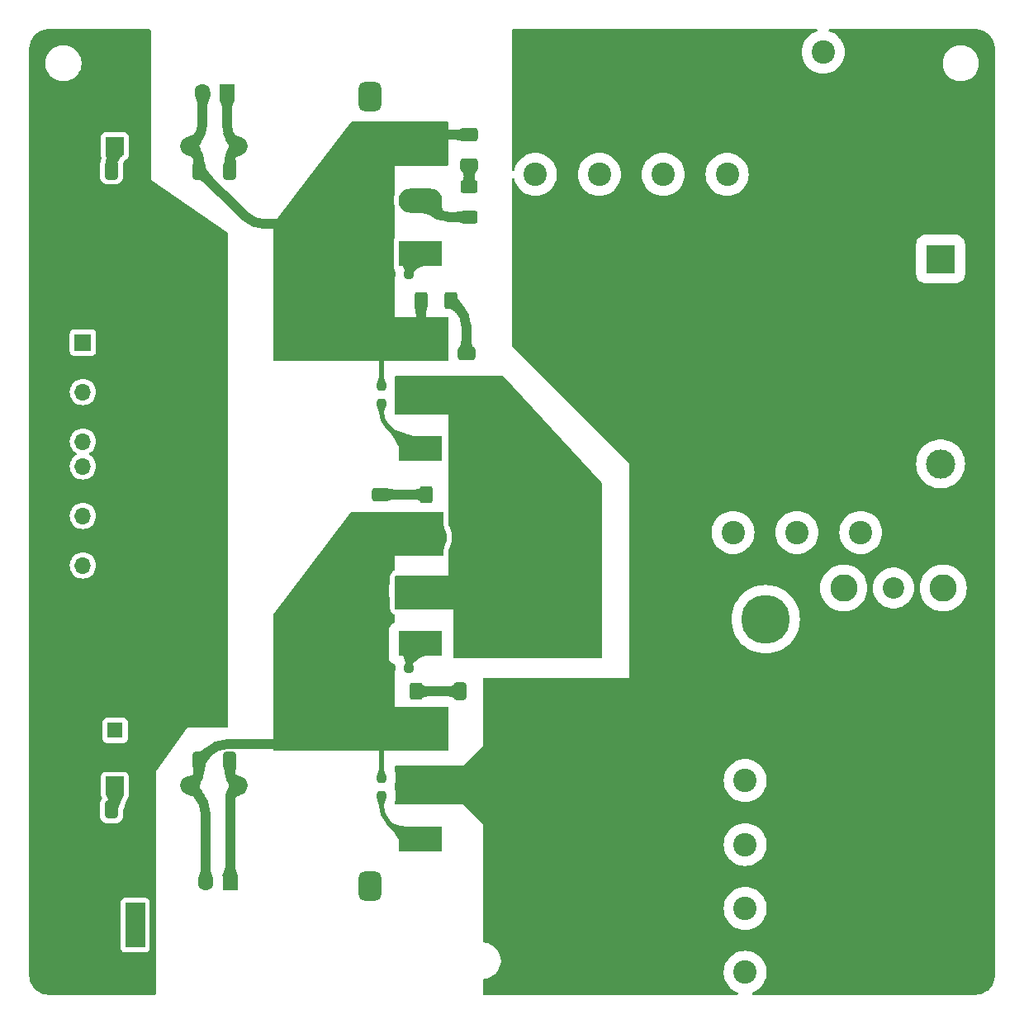
<source format=gbr>
%TF.GenerationSoftware,KiCad,Pcbnew,8.0.3*%
%TF.CreationDate,2025-02-16T14:56:23+13:00*%
%TF.ProjectId,Power-stage-rounded,506f7765-722d-4737-9461-67652d726f75,rev?*%
%TF.SameCoordinates,Original*%
%TF.FileFunction,Copper,L2,Bot*%
%TF.FilePolarity,Positive*%
%FSLAX46Y46*%
G04 Gerber Fmt 4.6, Leading zero omitted, Abs format (unit mm)*
G04 Created by KiCad (PCBNEW 8.0.3) date 2025-02-16 14:56:23*
%MOMM*%
%LPD*%
G01*
G04 APERTURE LIST*
G04 Aperture macros list*
%AMRoundRect*
0 Rectangle with rounded corners*
0 $1 Rounding radius*
0 $2 $3 $4 $5 $6 $7 $8 $9 X,Y pos of 4 corners*
0 Add a 4 corners polygon primitive as box body*
4,1,4,$2,$3,$4,$5,$6,$7,$8,$9,$2,$3,0*
0 Add four circle primitives for the rounded corners*
1,1,$1+$1,$2,$3*
1,1,$1+$1,$4,$5*
1,1,$1+$1,$6,$7*
1,1,$1+$1,$8,$9*
0 Add four rect primitives between the rounded corners*
20,1,$1+$1,$2,$3,$4,$5,0*
20,1,$1+$1,$4,$5,$6,$7,0*
20,1,$1+$1,$6,$7,$8,$9,0*
20,1,$1+$1,$8,$9,$2,$3,0*%
G04 Aperture macros list end*
%TA.AperFunction,ComponentPad*%
%ADD10RoundRect,0.650000X0.650000X-0.650000X0.650000X0.650000X-0.650000X0.650000X-0.650000X-0.650000X0*%
%TD*%
%TA.AperFunction,ComponentPad*%
%ADD11C,2.600000*%
%TD*%
%TA.AperFunction,ComponentPad*%
%ADD12R,1.600000X1.600000*%
%TD*%
%TA.AperFunction,ComponentPad*%
%ADD13C,1.600000*%
%TD*%
%TA.AperFunction,ComponentPad*%
%ADD14R,1.700000X1.700000*%
%TD*%
%TA.AperFunction,ComponentPad*%
%ADD15O,1.700000X1.700000*%
%TD*%
%TA.AperFunction,ComponentPad*%
%ADD16R,2.000000X4.600000*%
%TD*%
%TA.AperFunction,ComponentPad*%
%ADD17O,2.000000X4.200000*%
%TD*%
%TA.AperFunction,ComponentPad*%
%ADD18C,2.400000*%
%TD*%
%TA.AperFunction,ComponentPad*%
%ADD19C,2.200000*%
%TD*%
%TA.AperFunction,ComponentPad*%
%ADD20R,1.850000X1.850000*%
%TD*%
%TA.AperFunction,ComponentPad*%
%ADD21C,1.850000*%
%TD*%
%TA.AperFunction,ComponentPad*%
%ADD22R,4.500000X2.500000*%
%TD*%
%TA.AperFunction,ComponentPad*%
%ADD23O,4.500000X2.500000*%
%TD*%
%TA.AperFunction,ComponentPad*%
%ADD24C,2.800000*%
%TD*%
%TA.AperFunction,ComponentPad*%
%ADD25RoundRect,0.575000X0.575000X-0.925000X0.575000X0.925000X-0.575000X0.925000X-0.575000X-0.925000X0*%
%TD*%
%TA.AperFunction,ComponentPad*%
%ADD26R,3.000000X3.000000*%
%TD*%
%TA.AperFunction,ComponentPad*%
%ADD27C,3.000000*%
%TD*%
%TA.AperFunction,SMDPad,CuDef*%
%ADD28RoundRect,0.250000X0.650000X-0.412500X0.650000X0.412500X-0.650000X0.412500X-0.650000X-0.412500X0*%
%TD*%
%TA.AperFunction,SMDPad,CuDef*%
%ADD29RoundRect,0.250000X0.412500X0.650000X-0.412500X0.650000X-0.412500X-0.650000X0.412500X-0.650000X0*%
%TD*%
%TA.AperFunction,SMDPad,CuDef*%
%ADD30RoundRect,0.250000X-0.400000X-0.625000X0.400000X-0.625000X0.400000X0.625000X-0.400000X0.625000X0*%
%TD*%
%TA.AperFunction,SMDPad,CuDef*%
%ADD31RoundRect,0.237500X-0.237500X0.250000X-0.237500X-0.250000X0.237500X-0.250000X0.237500X0.250000X0*%
%TD*%
%TA.AperFunction,SMDPad,CuDef*%
%ADD32RoundRect,0.250000X-0.412500X-0.650000X0.412500X-0.650000X0.412500X0.650000X-0.412500X0.650000X0*%
%TD*%
%TA.AperFunction,SMDPad,CuDef*%
%ADD33RoundRect,0.250000X0.625000X-0.400000X0.625000X0.400000X-0.625000X0.400000X-0.625000X-0.400000X0*%
%TD*%
%TA.AperFunction,SMDPad,CuDef*%
%ADD34RoundRect,0.250000X0.400000X0.625000X-0.400000X0.625000X-0.400000X-0.625000X0.400000X-0.625000X0*%
%TD*%
%TA.AperFunction,SMDPad,CuDef*%
%ADD35RoundRect,0.237500X0.250000X0.237500X-0.250000X0.237500X-0.250000X-0.237500X0.250000X-0.237500X0*%
%TD*%
%TA.AperFunction,SMDPad,CuDef*%
%ADD36RoundRect,0.250000X-0.650000X0.412500X-0.650000X-0.412500X0.650000X-0.412500X0.650000X0.412500X0*%
%TD*%
%TA.AperFunction,ViaPad*%
%ADD37C,0.600000*%
%TD*%
%TA.AperFunction,ViaPad*%
%ADD38C,5.000000*%
%TD*%
%TA.AperFunction,Conductor*%
%ADD39C,1.000000*%
%TD*%
%TA.AperFunction,Conductor*%
%ADD40C,0.500000*%
%TD*%
G04 APERTURE END LIST*
D10*
%TO.P,TP11,1,1*%
%TO.N,GND*%
X116600000Y-50980000D03*
D11*
X116600000Y-45900000D03*
%TD*%
D12*
%TO.P,C35,1*%
%TO.N,+12V*%
X115450000Y-115400000D03*
D13*
%TO.P,C35,2*%
%TO.N,GND*%
X117950000Y-115400000D03*
%TD*%
D14*
%TO.P,J4,1,Pin_1*%
%TO.N,/PWMA_1*%
X112150000Y-75620000D03*
D15*
%TO.P,J4,2,Pin_2*%
%TO.N,GND*%
X112150000Y-78160000D03*
%TO.P,J4,3,Pin_3*%
%TO.N,/PWMB_1*%
X112150000Y-80700000D03*
%TO.P,J4,4,Pin_4*%
%TO.N,GND*%
X112150000Y-83240000D03*
%TO.P,J4,5,Pin_5*%
%TO.N,+12V*%
X112150000Y-85780000D03*
%TO.P,J4,6,Pin_6*%
%TO.N,+5V*%
X112150000Y-88320000D03*
%TO.P,J4,7,Pin_7*%
%TO.N,GND*%
X112150000Y-90860000D03*
%TO.P,J4,8,Pin_8*%
%TO.N,/PWMA_2*%
X112150000Y-93400000D03*
%TO.P,J4,9,Pin_9*%
%TO.N,GND*%
X112150000Y-95940000D03*
%TO.P,J4,10,Pin_10*%
%TO.N,/PWMB_2*%
X112150000Y-98480000D03*
%TD*%
D16*
%TO.P,J5,1*%
%TO.N,+12V*%
X117500000Y-135350000D03*
D17*
%TO.P,J5,2*%
%TO.N,GND*%
X111200000Y-135350000D03*
%TD*%
D18*
%TO.P,C27,1*%
%TO.N,/out*%
X180050000Y-120550000D03*
%TO.P,C27,2*%
%TO.N,/Neutral*%
X165050000Y-120550000D03*
%TD*%
%TO.P,C32,1*%
%TO.N,/out*%
X185350000Y-95100000D03*
%TO.P,C32,2*%
%TO.N,/Neutral*%
X185350000Y-80100000D03*
%TD*%
D19*
%TO.P,C16,1*%
%TO.N,/out*%
X195250000Y-100800000D03*
%TO.P,C16,2*%
%TO.N,/Neutral*%
X195250000Y-127800000D03*
%TD*%
D12*
%TO.P,C1,1*%
%TO.N,ISO_12V_2*%
X127232380Y-131021190D03*
D13*
%TO.P,C1,2*%
%TO.N,GND2*%
X124732380Y-131021190D03*
%TD*%
D18*
%TO.P,C11,1*%
%TO.N,/Line*%
X171650000Y-58400000D03*
%TO.P,C11,2*%
%TO.N,/Neutral*%
X171650000Y-73400000D03*
%TD*%
D20*
%TO.P,U3,1,+Vin*%
%TO.N,+12V*%
X115440000Y-55500000D03*
D21*
%TO.P,U3,2,-Vin*%
%TO.N,GND*%
X117980000Y-55500000D03*
%TO.P,U3,5,-Vout*%
%TO.N,GND1*%
X123060000Y-55500000D03*
%TO.P,U3,7,+Vout*%
%TO.N,ISO_12V_1*%
X128140000Y-55500000D03*
%TD*%
D18*
%TO.P,C17,1*%
%TO.N,/out*%
X180050000Y-127100000D03*
%TO.P,C17,2*%
%TO.N,/Neutral*%
X165050000Y-127100000D03*
%TD*%
%TO.P,C18,1*%
%TO.N,/out*%
X180050000Y-140200000D03*
%TO.P,C18,2*%
%TO.N,/Neutral*%
X165050000Y-140200000D03*
%TD*%
D22*
%TO.P,Q2,1,G*%
%TO.N,Net-(Q2-G)*%
X146750000Y-86500000D03*
D23*
%TO.P,Q2,2,D*%
%TO.N,/SW-Node*%
X146750000Y-81050000D03*
%TO.P,Q2,3,S*%
%TO.N,GND1*%
X146750000Y-75600000D03*
%TD*%
D18*
%TO.P,C29,1*%
%TO.N,/Line*%
X165100000Y-58400000D03*
%TO.P,C29,2*%
%TO.N,/Neutral*%
X165100000Y-73400000D03*
%TD*%
D22*
%TO.P,Q3,1,G*%
%TO.N,Net-(Q3-G)*%
X146750000Y-106500000D03*
D23*
%TO.P,Q3,2,D*%
%TO.N,/SW-Node*%
X146750000Y-101050000D03*
%TO.P,Q3,3,S*%
%TO.N,GND2*%
X146750000Y-95600000D03*
%TD*%
D18*
%TO.P,C28,1*%
%TO.N,/out*%
X180050000Y-133650000D03*
%TO.P,C28,2*%
%TO.N,/Neutral*%
X165050000Y-133650000D03*
%TD*%
D22*
%TO.P,Q4,1,G*%
%TO.N,Net-(Q4-G)*%
X146750000Y-126500000D03*
D23*
%TO.P,Q4,2,D*%
%TO.N,/Neutral*%
X146750000Y-121050000D03*
%TO.P,Q4,3,S*%
%TO.N,GND2*%
X146750000Y-115600000D03*
%TD*%
D18*
%TO.P,C33,1*%
%TO.N,/out*%
X191900000Y-95100000D03*
%TO.P,C33,2*%
%TO.N,/Neutral*%
X191900000Y-80100000D03*
%TD*%
D24*
%TO.P,C15,1*%
%TO.N,/out*%
X200350000Y-100800000D03*
X190150000Y-100800000D03*
%TO.P,C15,2*%
%TO.N,/Neutral*%
X200350000Y-138300000D03*
X190150000Y-138300000D03*
%TD*%
D18*
%TO.P,C31,1*%
%TO.N,/out*%
X178800000Y-95100000D03*
%TO.P,C31,2*%
%TO.N,/Neutral*%
X178800000Y-80100000D03*
%TD*%
D25*
%TO.P,HS1,1*%
%TO.N,N/C*%
X141550000Y-131400000D03*
X141550000Y-50400000D03*
%TD*%
D20*
%TO.P,U4,1,+Vin*%
%TO.N,+12V*%
X115440000Y-121071190D03*
D21*
%TO.P,U4,2,-Vin*%
%TO.N,GND*%
X117980000Y-121071190D03*
%TO.P,U4,5,-Vout*%
%TO.N,GND2*%
X123060000Y-121071190D03*
%TO.P,U4,7,+Vout*%
%TO.N,ISO_12V_2*%
X128140000Y-121071190D03*
%TD*%
D18*
%TO.P,C30,1*%
%TO.N,/Line*%
X158550000Y-58400000D03*
%TO.P,C30,2*%
%TO.N,/Neutral*%
X158550000Y-73400000D03*
%TD*%
%TO.P,C10,1*%
%TO.N,/Line*%
X178200000Y-58400000D03*
%TO.P,C10,2*%
%TO.N,/Neutral*%
X178200000Y-73400000D03*
%TD*%
D26*
%TO.P,J6,1,Pin_1*%
%TO.N,/Neutral*%
X200082500Y-83067500D03*
D27*
%TO.P,J6,2,Pin_2*%
%TO.N,/out*%
X200082500Y-88067500D03*
%TD*%
D12*
%TO.P,C34,1*%
%TO.N,ISO_12V_1*%
X126932380Y-49900000D03*
D13*
%TO.P,C34,2*%
%TO.N,GND1*%
X124432380Y-49900000D03*
%TD*%
D22*
%TO.P,Q1,1,G*%
%TO.N,Net-(Q1-G)*%
X146750000Y-66500000D03*
D23*
%TO.P,Q1,2,D*%
%TO.N,/Line*%
X146750000Y-61050000D03*
%TO.P,Q1,3,S*%
%TO.N,GND1*%
X146750000Y-55600000D03*
%TD*%
D18*
%TO.P,C2,1*%
%TO.N,/Line*%
X188050000Y-45850000D03*
%TO.P,C2,2*%
%TO.N,/Neutral*%
X188050000Y-73350000D03*
%TD*%
D26*
%TO.P,J3,1,Pin_1*%
%TO.N,/Line*%
X200082500Y-67067500D03*
D27*
%TO.P,J3,2,Pin_2*%
%TO.N,/Neutral*%
X200082500Y-72067500D03*
%TD*%
D28*
%TO.P,C21,1*%
%TO.N,Net-(C21-Pad1)*%
X151750000Y-57462500D03*
%TO.P,C21,2*%
%TO.N,GND1*%
X151750000Y-54337500D03*
%TD*%
D29*
%TO.P,C7,1*%
%TO.N,ISO_12V_1*%
X127212500Y-58000000D03*
%TO.P,C7,2*%
%TO.N,GND1*%
X124087500Y-58000000D03*
%TD*%
%TO.P,C8,1*%
%TO.N,ISO_12V_2*%
X127212500Y-118500000D03*
%TO.P,C8,2*%
%TO.N,GND2*%
X124087500Y-118500000D03*
%TD*%
D30*
%TO.P,R10,2*%
%TO.N,Net-(C20-Pad1)*%
X149900000Y-71300000D03*
%TO.P,R10,1*%
%TO.N,GND1*%
X146800000Y-71300000D03*
%TD*%
D31*
%TO.P,R6,1*%
%TO.N,GND1*%
X142750000Y-80087500D03*
%TO.P,R6,2*%
%TO.N,Net-(Q2-G)*%
X142750000Y-81912500D03*
%TD*%
D32*
%TO.P,C22,2*%
%TO.N,/Neutral*%
X153962500Y-111400000D03*
%TO.P,C22,1*%
%TO.N,Net-(C22-Pad1)*%
X150837500Y-111400000D03*
%TD*%
%TO.P,C5,1*%
%TO.N,+12V*%
X115087500Y-58000000D03*
%TO.P,C5,2*%
%TO.N,GND*%
X118212500Y-58000000D03*
%TD*%
%TO.P,C6,1*%
%TO.N,+12V*%
X115087500Y-123521190D03*
%TO.P,C6,2*%
%TO.N,GND*%
X118212500Y-123521190D03*
%TD*%
D33*
%TO.P,R11,1*%
%TO.N,/Line*%
X151750000Y-62750000D03*
%TO.P,R11,2*%
%TO.N,Net-(C21-Pad1)*%
X151750000Y-59650000D03*
%TD*%
D34*
%TO.P,R9,1*%
%TO.N,/SW-Node*%
X150450000Y-91200000D03*
%TO.P,R9,2*%
%TO.N,Net-(C19-Pad1)*%
X147350000Y-91200000D03*
%TD*%
D35*
%TO.P,R5,1*%
%TO.N,Net-(Q1-G)*%
X145562500Y-68600000D03*
%TO.P,R5,2*%
%TO.N,GND1*%
X143737500Y-68600000D03*
%TD*%
D36*
%TO.P,C20,1*%
%TO.N,Net-(C20-Pad1)*%
X151450000Y-76737500D03*
%TO.P,C20,2*%
%TO.N,/SW-Node*%
X151450000Y-79862500D03*
%TD*%
D35*
%TO.P,R7,1*%
%TO.N,Net-(Q3-G)*%
X145562500Y-109000000D03*
%TO.P,R7,2*%
%TO.N,GND2*%
X143737500Y-109000000D03*
%TD*%
D36*
%TO.P,C19,1*%
%TO.N,Net-(C19-Pad1)*%
X142650000Y-91200000D03*
%TO.P,C19,2*%
%TO.N,GND2*%
X142650000Y-94325000D03*
%TD*%
D31*
%TO.P,R8,1*%
%TO.N,GND2*%
X142750000Y-120287500D03*
%TO.P,R8,2*%
%TO.N,Net-(Q4-G)*%
X142750000Y-122112500D03*
%TD*%
D30*
%TO.P,R12,1*%
%TO.N,GND2*%
X143250000Y-111400000D03*
%TO.P,R12,2*%
%TO.N,Net-(C22-Pad1)*%
X146350000Y-111400000D03*
%TD*%
D37*
%TO.N,GND*%
X111250000Y-128300000D03*
X122150000Y-111400000D03*
X122150000Y-70600000D03*
X120887500Y-90700000D03*
X122150000Y-71400000D03*
X123150000Y-70300000D03*
X123050000Y-109100000D03*
X123050000Y-110300000D03*
X122150000Y-110700000D03*
X123150000Y-69100000D03*
X120887500Y-85800000D03*
%TO.N,GND1*%
X138100000Y-74555000D03*
X138100000Y-68155000D03*
X133850000Y-75000000D03*
X136650000Y-69405000D03*
X136650000Y-75755000D03*
%TO.N,GND2*%
X138050000Y-114500000D03*
X136600000Y-109300000D03*
X133850000Y-115050000D03*
X136600000Y-115700000D03*
X138050000Y-108200000D03*
D38*
%TO.N,/SW-Node*%
X158150000Y-104000000D03*
%TO.N,/out*%
X182150000Y-104000000D03*
%TD*%
D39*
%TO.N,ISO_12V_2*%
X127686190Y-121525000D02*
G75*
G03*
X127232381Y-122620594I1095610J-1095600D01*
G01*
X127686190Y-120617380D02*
G75*
G02*
X127686200Y-121525010I-453790J-453820D01*
G01*
X127212500Y-119487848D02*
G75*
G03*
X127676283Y-120607407I1583300J48D01*
G01*
%TO.N,ISO_12V_1*%
X127676250Y-55963750D02*
G75*
G03*
X127212517Y-57083341I1119550J-1119550D01*
G01*
X127676250Y-55036250D02*
G75*
G02*
X127676250Y-55963750I-463750J-463750D01*
G01*
X126932380Y-53438463D02*
G75*
G03*
X127536175Y-54896205I2061520J-37D01*
G01*
%TO.N,Net-(C20-Pad1)*%
X150675000Y-72075000D02*
G75*
G02*
X151449994Y-73946015I-1871000J-1871000D01*
G01*
D40*
%TO.N,Net-(Q4-G)*%
X144584314Y-125934314D02*
G75*
G03*
X145950000Y-126499991I1365686J1365714D01*
G01*
X142750000Y-123106250D02*
G75*
G03*
X143452667Y-124802707I2399100J-50D01*
G01*
%TO.N,Net-(Q3-G)*%
X146700000Y-106550000D02*
X146699999Y-106549999D01*
X146026538Y-107223461D02*
G75*
G03*
X145562527Y-108343750I1120262J-1120239D01*
G01*
%TO.N,Net-(Q2-G)*%
X145261091Y-86111091D02*
G75*
G03*
X146200000Y-86500005I938909J938891D01*
G01*
X142750000Y-82756250D02*
G75*
G03*
X143346594Y-84196648I2037000J-50D01*
G01*
%TO.N,Net-(Q1-G)*%
X145885117Y-67364882D02*
G75*
G03*
X145562539Y-68143750I778883J-778818D01*
G01*
D39*
%TO.N,/Line*%
X147600000Y-61900000D02*
G75*
G03*
X149652081Y-62750008I2052100J2052100D01*
G01*
%TO.N,GND2*%
X133050000Y-116900000D02*
G75*
G03*
X132808578Y-116800009I-241400J-241400D01*
G01*
X126989581Y-116800000D02*
G75*
G03*
X124937505Y-117650005I19J-2902100D01*
G01*
X124087500Y-119317137D02*
G75*
G02*
X123573741Y-120557431I-1754100J37D01*
G01*
X123896190Y-121907380D02*
G75*
G02*
X124732351Y-123926121I-2018790J-2018720D01*
G01*
%TO.N,GND1*%
X124432380Y-53157200D02*
G75*
G02*
X123746186Y-54813806I-2342780J0D01*
G01*
X128681519Y-62594019D02*
G75*
G03*
X130868750Y-63500039I2187281J2187219D01*
G01*
X146800000Y-75514644D02*
G75*
G02*
X146774987Y-75574987I-85400J44D01*
G01*
X123573750Y-56013750D02*
G75*
G02*
X124087520Y-57254052I-1240350J-1240350D01*
G01*
X148905222Y-54337500D02*
G75*
G03*
X147381243Y-54968743I-22J-2155200D01*
G01*
%TO.N,+12V*%
X115268750Y-55681250D02*
G75*
G03*
X115087511Y-56118826I437550J-437550D01*
G01*
X115440000Y-122919434D02*
G75*
G02*
X115263742Y-123344932I-601800J34D01*
G01*
D40*
%TO.N,Net-(Q3-G)*%
X145562500Y-108343750D02*
X145562500Y-109000000D01*
X146699999Y-106549999D02*
X146026538Y-107223461D01*
D39*
%TO.N,GND1*%
X146800000Y-75514644D02*
X146800000Y-71300000D01*
X146775000Y-75575000D02*
X146750000Y-75600000D01*
%TO.N,Net-(C22-Pad1)*%
X150837500Y-111400000D02*
X146350000Y-111400000D01*
%TO.N,Net-(C19-Pad1)*%
X147350000Y-91200000D02*
X142650000Y-91200000D01*
%TO.N,Net-(C20-Pad1)*%
X151450000Y-73946015D02*
X151450000Y-76737500D01*
X150675000Y-72075000D02*
X149900000Y-71300000D01*
%TO.N,+12V*%
X115440000Y-122919434D02*
X115440000Y-121071190D01*
X115087500Y-56118826D02*
X115087500Y-58000000D01*
X115268750Y-55681250D02*
X115450000Y-55500000D01*
X115263750Y-123344940D02*
X115087500Y-123521190D01*
%TO.N,GND1*%
X148905222Y-54337500D02*
X151750000Y-54337500D01*
X147381250Y-54968750D02*
X146750000Y-55600000D01*
D40*
X142750000Y-80087500D02*
X142750000Y-77000000D01*
D39*
X123746190Y-54813810D02*
X123060000Y-55500000D01*
X124432380Y-53157200D02*
X124432380Y-49900000D01*
X130868750Y-63500000D02*
X132150000Y-63500000D01*
X124087500Y-57254052D02*
X124087500Y-58000000D01*
X128681519Y-62594019D02*
X124087500Y-58000000D01*
X123573750Y-56013750D02*
X123060000Y-55500000D01*
D40*
%TO.N,GND2*%
X142750000Y-120287500D02*
X142750000Y-116400000D01*
D39*
X123573750Y-120557440D02*
X123060000Y-121071190D01*
X123896190Y-121907380D02*
X123060000Y-121071190D01*
X132808578Y-116800000D02*
X126989581Y-116800000D01*
X124937500Y-117650000D02*
X124087500Y-118500000D01*
X133050000Y-116900000D02*
X133150000Y-117000000D01*
X124087500Y-119317137D02*
X124087500Y-118500000D01*
X124732380Y-123926121D02*
X124732380Y-131021190D01*
%TO.N,/Line*%
X147600000Y-61900000D02*
X146750000Y-61050000D01*
X149652081Y-62750000D02*
X151750000Y-62750000D01*
D40*
%TO.N,Net-(Q1-G)*%
X145562500Y-68143750D02*
X145562500Y-68600000D01*
X145885117Y-67364882D02*
X146750000Y-66500000D01*
%TO.N,Net-(Q2-G)*%
X145261091Y-86111091D02*
X143346621Y-84196621D01*
X146200000Y-86500000D02*
X146750000Y-86500000D01*
X142750000Y-82756250D02*
X142750000Y-81912500D01*
%TO.N,Net-(Q3-G)*%
X146700000Y-106550000D02*
X146650000Y-106600000D01*
%TO.N,Net-(Q4-G)*%
X145950000Y-126500000D02*
X146750000Y-126500000D01*
X142750000Y-123106250D02*
X142750000Y-122112500D01*
X144584314Y-125934314D02*
X143452687Y-124802687D01*
D39*
%TO.N,Net-(C21-Pad1)*%
X151750000Y-57462500D02*
X151750000Y-59650000D01*
%TO.N,ISO_12V_1*%
X127212500Y-57083341D02*
X127212500Y-58000000D01*
X127676250Y-55036250D02*
X127536190Y-54896190D01*
X126932380Y-53438463D02*
X126932380Y-49900000D01*
%TO.N,ISO_12V_2*%
X127212500Y-119487848D02*
X127212500Y-118500000D01*
X127686190Y-120617380D02*
X127676250Y-120607440D01*
X127232380Y-122620594D02*
X127232380Y-131021190D01*
%TD*%
%TA.AperFunction,Conductor*%
%TO.N,/Neutral*%
G36*
X187441617Y-43520185D02*
G01*
X187487372Y-43572989D01*
X187497316Y-43642147D01*
X187468291Y-43705703D01*
X187414437Y-43741919D01*
X187206094Y-43812642D01*
X186947393Y-43940219D01*
X186947386Y-43940223D01*
X186707547Y-44100478D01*
X186490672Y-44290672D01*
X186300478Y-44507547D01*
X186140223Y-44747386D01*
X186140219Y-44747393D01*
X186012642Y-45006094D01*
X185919921Y-45279239D01*
X185919917Y-45279254D01*
X185863646Y-45562150D01*
X185863644Y-45562162D01*
X185844778Y-45850000D01*
X185863644Y-46137837D01*
X185863646Y-46137849D01*
X185919917Y-46420745D01*
X185919921Y-46420760D01*
X186012642Y-46693905D01*
X186140219Y-46952606D01*
X186140223Y-46952613D01*
X186300478Y-47192452D01*
X186490672Y-47409327D01*
X186703646Y-47596100D01*
X186707546Y-47599520D01*
X186947389Y-47759778D01*
X187206098Y-47887359D01*
X187479247Y-47980081D01*
X187762161Y-48036356D01*
X188050000Y-48055222D01*
X188337839Y-48036356D01*
X188620753Y-47980081D01*
X188893902Y-47887359D01*
X189152611Y-47759778D01*
X189392454Y-47599520D01*
X189609327Y-47409327D01*
X189799520Y-47192454D01*
X189959778Y-46952611D01*
X189996221Y-46878711D01*
X200299500Y-46878711D01*
X200299500Y-47121288D01*
X200331161Y-47361785D01*
X200393947Y-47596104D01*
X200461743Y-47759778D01*
X200486776Y-47820212D01*
X200608064Y-48030289D01*
X200608066Y-48030292D01*
X200608067Y-48030293D01*
X200755733Y-48222736D01*
X200755739Y-48222743D01*
X200927256Y-48394260D01*
X200927262Y-48394265D01*
X201119711Y-48541936D01*
X201329788Y-48663224D01*
X201553900Y-48756054D01*
X201788211Y-48818838D01*
X201968586Y-48842584D01*
X202028711Y-48850500D01*
X202028712Y-48850500D01*
X202271289Y-48850500D01*
X202319388Y-48844167D01*
X202511789Y-48818838D01*
X202746100Y-48756054D01*
X202970212Y-48663224D01*
X203180289Y-48541936D01*
X203372738Y-48394265D01*
X203544265Y-48222738D01*
X203691936Y-48030289D01*
X203813224Y-47820212D01*
X203906054Y-47596100D01*
X203968838Y-47361789D01*
X204000500Y-47121288D01*
X204000500Y-46878712D01*
X203968838Y-46638211D01*
X203906054Y-46403900D01*
X203813224Y-46179788D01*
X203691936Y-45969711D01*
X203544265Y-45777262D01*
X203544260Y-45777256D01*
X203372743Y-45605739D01*
X203372736Y-45605733D01*
X203180293Y-45458067D01*
X203180292Y-45458066D01*
X203180289Y-45458064D01*
X202970212Y-45336776D01*
X202970205Y-45336773D01*
X202746104Y-45243947D01*
X202511785Y-45181161D01*
X202271289Y-45149500D01*
X202271288Y-45149500D01*
X202028712Y-45149500D01*
X202028711Y-45149500D01*
X201788214Y-45181161D01*
X201553895Y-45243947D01*
X201329794Y-45336773D01*
X201329785Y-45336777D01*
X201119706Y-45458067D01*
X200927263Y-45605733D01*
X200927256Y-45605739D01*
X200755739Y-45777256D01*
X200755733Y-45777263D01*
X200608067Y-45969706D01*
X200486777Y-46179785D01*
X200486773Y-46179794D01*
X200393947Y-46403895D01*
X200331161Y-46638214D01*
X200299500Y-46878711D01*
X189996221Y-46878711D01*
X190087359Y-46693902D01*
X190180081Y-46420753D01*
X190236356Y-46137839D01*
X190255222Y-45850000D01*
X190236356Y-45562161D01*
X190180081Y-45279247D01*
X190087359Y-45006098D01*
X189959778Y-44747389D01*
X189799520Y-44507546D01*
X189787195Y-44493492D01*
X189609327Y-44290672D01*
X189392452Y-44100478D01*
X189152613Y-43940223D01*
X189152606Y-43940219D01*
X188893905Y-43812642D01*
X188685563Y-43741919D01*
X188628409Y-43701730D01*
X188602056Y-43637021D01*
X188614870Y-43568336D01*
X188662784Y-43517483D01*
X188725422Y-43500500D01*
X203584108Y-43500500D01*
X203645933Y-43500500D01*
X203654043Y-43500765D01*
X203902895Y-43517075D01*
X203918953Y-43519190D01*
X204111353Y-43557461D01*
X204159535Y-43567045D01*
X204175202Y-43571243D01*
X204332093Y-43624500D01*
X204407481Y-43650091D01*
X204422458Y-43656294D01*
X204551477Y-43719919D01*
X204642460Y-43764787D01*
X204656508Y-43772897D01*
X204860464Y-43909177D01*
X204873328Y-43919048D01*
X205057749Y-44080781D01*
X205069218Y-44092250D01*
X205230951Y-44276671D01*
X205240825Y-44289539D01*
X205377102Y-44493492D01*
X205385212Y-44507539D01*
X205493702Y-44727534D01*
X205499909Y-44742520D01*
X205578756Y-44974797D01*
X205582954Y-44990464D01*
X205630807Y-45231035D01*
X205632925Y-45247116D01*
X205649235Y-45495956D01*
X205649500Y-45504066D01*
X205649500Y-140495933D01*
X205649235Y-140504043D01*
X205632925Y-140752883D01*
X205630807Y-140768964D01*
X205582954Y-141009535D01*
X205578756Y-141025202D01*
X205499909Y-141257479D01*
X205493702Y-141272465D01*
X205385212Y-141492460D01*
X205377102Y-141506507D01*
X205240825Y-141710460D01*
X205230951Y-141723328D01*
X205069218Y-141907749D01*
X205057749Y-141919218D01*
X204873328Y-142080951D01*
X204860460Y-142090825D01*
X204656507Y-142227102D01*
X204642460Y-142235212D01*
X204422465Y-142343702D01*
X204407479Y-142349909D01*
X204175202Y-142428756D01*
X204159535Y-142432954D01*
X203918964Y-142480807D01*
X203902883Y-142482925D01*
X203654043Y-142499235D01*
X203645933Y-142499500D01*
X180872716Y-142499500D01*
X180805677Y-142479815D01*
X180759922Y-142427011D01*
X180749978Y-142357853D01*
X180779003Y-142294297D01*
X180832857Y-142258081D01*
X180893902Y-142237359D01*
X181152611Y-142109778D01*
X181392454Y-141949520D01*
X181609327Y-141759327D01*
X181799520Y-141542454D01*
X181959778Y-141302611D01*
X182087359Y-141043902D01*
X182180081Y-140770753D01*
X182236356Y-140487839D01*
X182255222Y-140200000D01*
X182236356Y-139912161D01*
X182180081Y-139629247D01*
X182087359Y-139356098D01*
X181959778Y-139097389D01*
X181799520Y-138857546D01*
X181609327Y-138640672D01*
X181392452Y-138450478D01*
X181152613Y-138290223D01*
X181152606Y-138290219D01*
X180893905Y-138162642D01*
X180620760Y-138069921D01*
X180620754Y-138069919D01*
X180620753Y-138069919D01*
X180620751Y-138069918D01*
X180620745Y-138069917D01*
X180337849Y-138013646D01*
X180337839Y-138013644D01*
X180050000Y-137994778D01*
X179762161Y-138013644D01*
X179762155Y-138013645D01*
X179762150Y-138013646D01*
X179479254Y-138069917D01*
X179479239Y-138069921D01*
X179206094Y-138162642D01*
X178947393Y-138290219D01*
X178947386Y-138290223D01*
X178707547Y-138450478D01*
X178490672Y-138640672D01*
X178300478Y-138857547D01*
X178140223Y-139097386D01*
X178140219Y-139097393D01*
X178012642Y-139356094D01*
X177919921Y-139629239D01*
X177919917Y-139629254D01*
X177881933Y-139820214D01*
X177863644Y-139912161D01*
X177844778Y-140200000D01*
X177857510Y-140394260D01*
X177863644Y-140487837D01*
X177863646Y-140487849D01*
X177919917Y-140770745D01*
X177919921Y-140770760D01*
X178012642Y-141043905D01*
X178140219Y-141302606D01*
X178140223Y-141302613D01*
X178300478Y-141542452D01*
X178490672Y-141759327D01*
X178672993Y-141919218D01*
X178707546Y-141949520D01*
X178947389Y-142109778D01*
X179206098Y-142237359D01*
X179267143Y-142258081D01*
X179324297Y-142298270D01*
X179350650Y-142362979D01*
X179337836Y-142431664D01*
X179289922Y-142482516D01*
X179227284Y-142499500D01*
X153274000Y-142499500D01*
X153206961Y-142479815D01*
X153161206Y-142427011D01*
X153150000Y-142375500D01*
X153150000Y-140974500D01*
X153169685Y-140907461D01*
X153222489Y-140861706D01*
X153267314Y-140851954D01*
X153267237Y-140850766D01*
X153271282Y-140850500D01*
X153271288Y-140850500D01*
X153511789Y-140818838D01*
X153746100Y-140756054D01*
X153970212Y-140663224D01*
X154180289Y-140541936D01*
X154372738Y-140394265D01*
X154544265Y-140222738D01*
X154691936Y-140030289D01*
X154813224Y-139820212D01*
X154906054Y-139596100D01*
X154968838Y-139361789D01*
X155000500Y-139121288D01*
X155000500Y-138878712D01*
X154997713Y-138857546D01*
X154968838Y-138638214D01*
X154968838Y-138638211D01*
X154906054Y-138403900D01*
X154813224Y-138179788D01*
X154691936Y-137969711D01*
X154544265Y-137777262D01*
X154544260Y-137777256D01*
X154372743Y-137605739D01*
X154372736Y-137605733D01*
X154180293Y-137458067D01*
X154180292Y-137458066D01*
X154180289Y-137458064D01*
X153970212Y-137336776D01*
X153970205Y-137336773D01*
X153746104Y-137243947D01*
X153511785Y-137181161D01*
X153271282Y-137149499D01*
X153267237Y-137149234D01*
X153267347Y-137147546D01*
X153206961Y-137129815D01*
X153161206Y-137077011D01*
X153150000Y-137025500D01*
X153150000Y-133650000D01*
X177844778Y-133650000D01*
X177863644Y-133937837D01*
X177863646Y-133937849D01*
X177919917Y-134220745D01*
X177919921Y-134220760D01*
X178012642Y-134493905D01*
X178140219Y-134752606D01*
X178140223Y-134752613D01*
X178300478Y-134992452D01*
X178490672Y-135209327D01*
X178707546Y-135399520D01*
X178947389Y-135559778D01*
X179206098Y-135687359D01*
X179479247Y-135780081D01*
X179762161Y-135836356D01*
X180050000Y-135855222D01*
X180337839Y-135836356D01*
X180620753Y-135780081D01*
X180893902Y-135687359D01*
X181152611Y-135559778D01*
X181392454Y-135399520D01*
X181609327Y-135209327D01*
X181799520Y-134992454D01*
X181959778Y-134752611D01*
X182087359Y-134493902D01*
X182180081Y-134220753D01*
X182236356Y-133937839D01*
X182255222Y-133650000D01*
X182236356Y-133362161D01*
X182180081Y-133079247D01*
X182087359Y-132806098D01*
X181959778Y-132547389D01*
X181799520Y-132307546D01*
X181609327Y-132090672D01*
X181392452Y-131900478D01*
X181152613Y-131740223D01*
X181152606Y-131740219D01*
X180893905Y-131612642D01*
X180620760Y-131519921D01*
X180620754Y-131519919D01*
X180620753Y-131519919D01*
X180620751Y-131519918D01*
X180620745Y-131519917D01*
X180337849Y-131463646D01*
X180337839Y-131463644D01*
X180050000Y-131444778D01*
X179762161Y-131463644D01*
X179762155Y-131463645D01*
X179762150Y-131463646D01*
X179479254Y-131519917D01*
X179479239Y-131519921D01*
X179206094Y-131612642D01*
X178947393Y-131740219D01*
X178947386Y-131740223D01*
X178707547Y-131900478D01*
X178490672Y-132090672D01*
X178300478Y-132307547D01*
X178140223Y-132547386D01*
X178140219Y-132547393D01*
X178012642Y-132806094D01*
X177919921Y-133079239D01*
X177919917Y-133079254D01*
X177863646Y-133362150D01*
X177863644Y-133362162D01*
X177844778Y-133650000D01*
X153150000Y-133650000D01*
X153150000Y-127100000D01*
X177844778Y-127100000D01*
X177863644Y-127387837D01*
X177863646Y-127387849D01*
X177919917Y-127670745D01*
X177919921Y-127670760D01*
X178012642Y-127943905D01*
X178140219Y-128202606D01*
X178140223Y-128202613D01*
X178300478Y-128442452D01*
X178490672Y-128659327D01*
X178707546Y-128849520D01*
X178947389Y-129009778D01*
X179206098Y-129137359D01*
X179479247Y-129230081D01*
X179762161Y-129286356D01*
X180050000Y-129305222D01*
X180337839Y-129286356D01*
X180620753Y-129230081D01*
X180893902Y-129137359D01*
X181152611Y-129009778D01*
X181392454Y-128849520D01*
X181609327Y-128659327D01*
X181799520Y-128442454D01*
X181959778Y-128202611D01*
X182087359Y-127943902D01*
X182180081Y-127670753D01*
X182236356Y-127387839D01*
X182255222Y-127100000D01*
X182236356Y-126812161D01*
X182180081Y-126529247D01*
X182087359Y-126256098D01*
X181959778Y-125997389D01*
X181801288Y-125760192D01*
X181799521Y-125757547D01*
X181609327Y-125540672D01*
X181392452Y-125350478D01*
X181152613Y-125190223D01*
X181152606Y-125190219D01*
X180893905Y-125062642D01*
X180620760Y-124969921D01*
X180620754Y-124969919D01*
X180620753Y-124969919D01*
X180620751Y-124969918D01*
X180620745Y-124969917D01*
X180337849Y-124913646D01*
X180337839Y-124913644D01*
X180050000Y-124894778D01*
X179762161Y-124913644D01*
X179762155Y-124913645D01*
X179762150Y-124913646D01*
X179479254Y-124969917D01*
X179479239Y-124969921D01*
X179206094Y-125062642D01*
X178947393Y-125190219D01*
X178947386Y-125190223D01*
X178707547Y-125350478D01*
X178490672Y-125540672D01*
X178300478Y-125757547D01*
X178140223Y-125997386D01*
X178140219Y-125997393D01*
X178012642Y-126256094D01*
X177919921Y-126529239D01*
X177919917Y-126529254D01*
X177863646Y-126812150D01*
X177863644Y-126812162D01*
X177844778Y-127100000D01*
X153150000Y-127100000D01*
X153150000Y-125000000D01*
X151150000Y-123000000D01*
X144274000Y-123000000D01*
X144206961Y-122980315D01*
X144161206Y-122927511D01*
X144150000Y-122876000D01*
X144150000Y-122823548D01*
X144159736Y-122778575D01*
X144158914Y-122778288D01*
X144160749Y-122773042D01*
X144160748Y-122773042D01*
X144160751Y-122773038D01*
X144215201Y-122556949D01*
X144225500Y-122426084D01*
X144225500Y-121798916D01*
X144215201Y-121668051D01*
X144211311Y-121652613D01*
X144160754Y-121451972D01*
X144158911Y-121446704D01*
X144159733Y-121446416D01*
X144150000Y-121401450D01*
X144150000Y-120998548D01*
X144159735Y-120953578D01*
X144158913Y-120953291D01*
X144160747Y-120948045D01*
X144160751Y-120948038D01*
X144215201Y-120731949D01*
X144225500Y-120601084D01*
X144225500Y-120550000D01*
X177844778Y-120550000D01*
X177863644Y-120837837D01*
X177863646Y-120837849D01*
X177919917Y-121120745D01*
X177919921Y-121120760D01*
X178012642Y-121393905D01*
X178140219Y-121652606D01*
X178140223Y-121652613D01*
X178300478Y-121892452D01*
X178490672Y-122109327D01*
X178707546Y-122299520D01*
X178947389Y-122459778D01*
X179206098Y-122587359D01*
X179479247Y-122680081D01*
X179762161Y-122736356D01*
X180050000Y-122755222D01*
X180337839Y-122736356D01*
X180620753Y-122680081D01*
X180893902Y-122587359D01*
X181152611Y-122459778D01*
X181392454Y-122299520D01*
X181609327Y-122109327D01*
X181799520Y-121892454D01*
X181959778Y-121652611D01*
X182087359Y-121393902D01*
X182180081Y-121120753D01*
X182236356Y-120837839D01*
X182255222Y-120550000D01*
X182236356Y-120262161D01*
X182180081Y-119979247D01*
X182087359Y-119706098D01*
X181959778Y-119447389D01*
X181833012Y-119257670D01*
X181799521Y-119207547D01*
X181609327Y-118990672D01*
X181392452Y-118800478D01*
X181152613Y-118640223D01*
X181152606Y-118640219D01*
X180893905Y-118512642D01*
X180620760Y-118419921D01*
X180620754Y-118419919D01*
X180620753Y-118419919D01*
X180620751Y-118419918D01*
X180620745Y-118419917D01*
X180337849Y-118363646D01*
X180337839Y-118363644D01*
X180050000Y-118344778D01*
X179762161Y-118363644D01*
X179762155Y-118363645D01*
X179762150Y-118363646D01*
X179479254Y-118419917D01*
X179479239Y-118419921D01*
X179206094Y-118512642D01*
X178947393Y-118640219D01*
X178947386Y-118640223D01*
X178707547Y-118800478D01*
X178490672Y-118990672D01*
X178300478Y-119207547D01*
X178140223Y-119447386D01*
X178140219Y-119447393D01*
X178012642Y-119706094D01*
X177919921Y-119979239D01*
X177919917Y-119979254D01*
X177863646Y-120262150D01*
X177863644Y-120262162D01*
X177844778Y-120550000D01*
X144225500Y-120550000D01*
X144225500Y-119973916D01*
X144215201Y-119843051D01*
X144188362Y-119736541D01*
X144187564Y-119732197D01*
X144187409Y-119732232D01*
X144186107Y-119726282D01*
X144186105Y-119726278D01*
X144186105Y-119726272D01*
X144185903Y-119725650D01*
X144183617Y-119717712D01*
X144160751Y-119626962D01*
X144160746Y-119626952D01*
X144158910Y-119621700D01*
X144159732Y-119621412D01*
X144150000Y-119576450D01*
X144150000Y-119124000D01*
X144169685Y-119056961D01*
X144222489Y-119011206D01*
X144274000Y-119000000D01*
X151150000Y-119000000D01*
X153150000Y-117000000D01*
X153150000Y-110124000D01*
X153169685Y-110056961D01*
X153222489Y-110011206D01*
X153274000Y-110000000D01*
X168150000Y-110000000D01*
X168150000Y-103999999D01*
X178644696Y-103999999D01*
X178644696Y-104000000D01*
X178663898Y-104366405D01*
X178721294Y-104728788D01*
X178721294Y-104728790D01*
X178816260Y-105083206D01*
X178947746Y-105425739D01*
X179114320Y-105752656D01*
X179314147Y-106060364D01*
X179314149Y-106060366D01*
X179545051Y-106345506D01*
X179804494Y-106604949D01*
X179804498Y-106604952D01*
X180089635Y-106835852D01*
X180397343Y-107035679D01*
X180397348Y-107035682D01*
X180724264Y-107202255D01*
X181066801Y-107333742D01*
X181421206Y-107428705D01*
X181783596Y-107486102D01*
X182129734Y-107504241D01*
X182149999Y-107505304D01*
X182150000Y-107505304D01*
X182150001Y-107505304D01*
X182169203Y-107504297D01*
X182516404Y-107486102D01*
X182878794Y-107428705D01*
X183233199Y-107333742D01*
X183575736Y-107202255D01*
X183902652Y-107035682D01*
X184210366Y-106835851D01*
X184495506Y-106604949D01*
X184754949Y-106345506D01*
X184985851Y-106060366D01*
X185185682Y-105752652D01*
X185352255Y-105425736D01*
X185483742Y-105083199D01*
X185578705Y-104728794D01*
X185636102Y-104366404D01*
X185655304Y-104000000D01*
X185636102Y-103633596D01*
X185578705Y-103271206D01*
X185483742Y-102916801D01*
X185352255Y-102574264D01*
X185185682Y-102247348D01*
X185163872Y-102213763D01*
X184985852Y-101939635D01*
X184754952Y-101654498D01*
X184754949Y-101654494D01*
X184495506Y-101395051D01*
X184462140Y-101368032D01*
X184210364Y-101164147D01*
X183902656Y-100964320D01*
X183580151Y-100799994D01*
X187744754Y-100799994D01*
X187744754Y-100800005D01*
X187763718Y-101101446D01*
X187763719Y-101101453D01*
X187820320Y-101398164D01*
X187913659Y-101685431D01*
X187913661Y-101685436D01*
X188042265Y-101958732D01*
X188042268Y-101958738D01*
X188204111Y-102213763D01*
X188204114Y-102213767D01*
X188204115Y-102213768D01*
X188307474Y-102338708D01*
X188396652Y-102446505D01*
X188616836Y-102653272D01*
X188616846Y-102653280D01*
X188861193Y-102830808D01*
X188861198Y-102830810D01*
X188861205Y-102830816D01*
X189125896Y-102976332D01*
X189125901Y-102976334D01*
X189125903Y-102976335D01*
X189125904Y-102976336D01*
X189406734Y-103087524D01*
X189406737Y-103087525D01*
X189504259Y-103112564D01*
X189699302Y-103162642D01*
X189846039Y-103181179D01*
X189998963Y-103200499D01*
X189998969Y-103200499D01*
X189998973Y-103200500D01*
X189998975Y-103200500D01*
X190301025Y-103200500D01*
X190301027Y-103200500D01*
X190301032Y-103200499D01*
X190301036Y-103200499D01*
X190380591Y-103190448D01*
X190600698Y-103162642D01*
X190893262Y-103087525D01*
X190893265Y-103087524D01*
X191174095Y-102976336D01*
X191174096Y-102976335D01*
X191174094Y-102976335D01*
X191174104Y-102976332D01*
X191438795Y-102830816D01*
X191683162Y-102653274D01*
X191903349Y-102446504D01*
X192095885Y-102213768D01*
X192257733Y-101958736D01*
X192386341Y-101685430D01*
X192479681Y-101398160D01*
X192536280Y-101101457D01*
X192536281Y-101101446D01*
X192555246Y-100800005D01*
X192555246Y-100800000D01*
X193144592Y-100800000D01*
X193164201Y-101086680D01*
X193164201Y-101086684D01*
X193164202Y-101086686D01*
X193180299Y-101164149D01*
X193222666Y-101368034D01*
X193222667Y-101368037D01*
X193318894Y-101638793D01*
X193318893Y-101638793D01*
X193451098Y-101893935D01*
X193616812Y-102128700D01*
X193696256Y-102213763D01*
X193812947Y-102338708D01*
X194035853Y-102520055D01*
X194254921Y-102653274D01*
X194281382Y-102669365D01*
X194457001Y-102745646D01*
X194544942Y-102783844D01*
X194821642Y-102861371D01*
X195071920Y-102895771D01*
X195106321Y-102900500D01*
X195106322Y-102900500D01*
X195393679Y-102900500D01*
X195424370Y-102896281D01*
X195678358Y-102861371D01*
X195955058Y-102783844D01*
X196068015Y-102734779D01*
X196218617Y-102669365D01*
X196218620Y-102669363D01*
X196218625Y-102669361D01*
X196464147Y-102520055D01*
X196687053Y-102338708D01*
X196883189Y-102128698D01*
X197048901Y-101893936D01*
X197181104Y-101638797D01*
X197277334Y-101368032D01*
X197335798Y-101086686D01*
X197355408Y-100800000D01*
X197355408Y-100799994D01*
X197944754Y-100799994D01*
X197944754Y-100800005D01*
X197963718Y-101101446D01*
X197963719Y-101101453D01*
X198020320Y-101398164D01*
X198113659Y-101685431D01*
X198113661Y-101685436D01*
X198242265Y-101958732D01*
X198242268Y-101958738D01*
X198404111Y-102213763D01*
X198404114Y-102213767D01*
X198404115Y-102213768D01*
X198507474Y-102338708D01*
X198596652Y-102446505D01*
X198816836Y-102653272D01*
X198816846Y-102653280D01*
X199061193Y-102830808D01*
X199061198Y-102830810D01*
X199061205Y-102830816D01*
X199325896Y-102976332D01*
X199325901Y-102976334D01*
X199325903Y-102976335D01*
X199325904Y-102976336D01*
X199606734Y-103087524D01*
X199606737Y-103087525D01*
X199704259Y-103112564D01*
X199899302Y-103162642D01*
X200046039Y-103181179D01*
X200198963Y-103200499D01*
X200198969Y-103200499D01*
X200198973Y-103200500D01*
X200198975Y-103200500D01*
X200501025Y-103200500D01*
X200501027Y-103200500D01*
X200501032Y-103200499D01*
X200501036Y-103200499D01*
X200580591Y-103190448D01*
X200800698Y-103162642D01*
X201093262Y-103087525D01*
X201093265Y-103087524D01*
X201374095Y-102976336D01*
X201374096Y-102976335D01*
X201374094Y-102976335D01*
X201374104Y-102976332D01*
X201638795Y-102830816D01*
X201883162Y-102653274D01*
X202103349Y-102446504D01*
X202295885Y-102213768D01*
X202457733Y-101958736D01*
X202586341Y-101685430D01*
X202679681Y-101398160D01*
X202736280Y-101101457D01*
X202736281Y-101101446D01*
X202755246Y-100800005D01*
X202755246Y-100799994D01*
X202736281Y-100498553D01*
X202736280Y-100498546D01*
X202736280Y-100498543D01*
X202679681Y-100201840D01*
X202586341Y-99914570D01*
X202457733Y-99641264D01*
X202295885Y-99386232D01*
X202103349Y-99153496D01*
X201883162Y-98946726D01*
X201883159Y-98946724D01*
X201883153Y-98946719D01*
X201638806Y-98769191D01*
X201638799Y-98769186D01*
X201638795Y-98769184D01*
X201374104Y-98623668D01*
X201374101Y-98623666D01*
X201374096Y-98623664D01*
X201374095Y-98623663D01*
X201093265Y-98512475D01*
X201093262Y-98512474D01*
X200800695Y-98437357D01*
X200501036Y-98399500D01*
X200501027Y-98399500D01*
X200198973Y-98399500D01*
X200198963Y-98399500D01*
X199899304Y-98437357D01*
X199606737Y-98512474D01*
X199606734Y-98512475D01*
X199325904Y-98623663D01*
X199325903Y-98623664D01*
X199061205Y-98769184D01*
X199061193Y-98769191D01*
X198816846Y-98946719D01*
X198816836Y-98946727D01*
X198596652Y-99153494D01*
X198404111Y-99386236D01*
X198242268Y-99641261D01*
X198242265Y-99641267D01*
X198113661Y-99914563D01*
X198113659Y-99914568D01*
X198020320Y-100201835D01*
X197963719Y-100498546D01*
X197963718Y-100498553D01*
X197944754Y-100799994D01*
X197355408Y-100799994D01*
X197335798Y-100513314D01*
X197277334Y-100231968D01*
X197266626Y-100201840D01*
X197181105Y-99961206D01*
X197181106Y-99961206D01*
X197048901Y-99706064D01*
X196883187Y-99471299D01*
X196773967Y-99354354D01*
X196687053Y-99261292D01*
X196464147Y-99079945D01*
X196464146Y-99079944D01*
X196218617Y-98930634D01*
X195955063Y-98816158D01*
X195955061Y-98816157D01*
X195955058Y-98816156D01*
X195825578Y-98779877D01*
X195678364Y-98738630D01*
X195678359Y-98738629D01*
X195678358Y-98738629D01*
X195536018Y-98719064D01*
X195393679Y-98699500D01*
X195393678Y-98699500D01*
X195106322Y-98699500D01*
X195106321Y-98699500D01*
X194821642Y-98738629D01*
X194821635Y-98738630D01*
X194613861Y-98796845D01*
X194544942Y-98816156D01*
X194544939Y-98816156D01*
X194544936Y-98816158D01*
X194544935Y-98816158D01*
X194281382Y-98930634D01*
X194035853Y-99079944D01*
X193812950Y-99261289D01*
X193616812Y-99471299D01*
X193451098Y-99706064D01*
X193318894Y-99961206D01*
X193222667Y-100231962D01*
X193222666Y-100231965D01*
X193164201Y-100513319D01*
X193144592Y-100800000D01*
X192555246Y-100800000D01*
X192555246Y-100799994D01*
X192536281Y-100498553D01*
X192536280Y-100498546D01*
X192536280Y-100498543D01*
X192479681Y-100201840D01*
X192386341Y-99914570D01*
X192257733Y-99641264D01*
X192095885Y-99386232D01*
X191903349Y-99153496D01*
X191683162Y-98946726D01*
X191683159Y-98946724D01*
X191683153Y-98946719D01*
X191438806Y-98769191D01*
X191438799Y-98769186D01*
X191438795Y-98769184D01*
X191174104Y-98623668D01*
X191174101Y-98623666D01*
X191174096Y-98623664D01*
X191174095Y-98623663D01*
X190893265Y-98512475D01*
X190893262Y-98512474D01*
X190600695Y-98437357D01*
X190301036Y-98399500D01*
X190301027Y-98399500D01*
X189998973Y-98399500D01*
X189998963Y-98399500D01*
X189699304Y-98437357D01*
X189406737Y-98512474D01*
X189406734Y-98512475D01*
X189125904Y-98623663D01*
X189125903Y-98623664D01*
X188861205Y-98769184D01*
X188861193Y-98769191D01*
X188616846Y-98946719D01*
X188616836Y-98946727D01*
X188396652Y-99153494D01*
X188204111Y-99386236D01*
X188042268Y-99641261D01*
X188042265Y-99641267D01*
X187913661Y-99914563D01*
X187913659Y-99914568D01*
X187820320Y-100201835D01*
X187763719Y-100498546D01*
X187763718Y-100498553D01*
X187744754Y-100799994D01*
X183580151Y-100799994D01*
X183575739Y-100797746D01*
X183233206Y-100666260D01*
X183023268Y-100610007D01*
X182878794Y-100571295D01*
X182878790Y-100571294D01*
X182878789Y-100571294D01*
X182516405Y-100513898D01*
X182150001Y-100494696D01*
X182149999Y-100494696D01*
X181783594Y-100513898D01*
X181421211Y-100571294D01*
X181421209Y-100571294D01*
X181066793Y-100666260D01*
X180724260Y-100797746D01*
X180397343Y-100964320D01*
X180089635Y-101164147D01*
X179804498Y-101395047D01*
X179804490Y-101395054D01*
X179545054Y-101654490D01*
X179545047Y-101654498D01*
X179314147Y-101939635D01*
X179114320Y-102247343D01*
X178947746Y-102574260D01*
X178816260Y-102916793D01*
X178721294Y-103271209D01*
X178721294Y-103271211D01*
X178663898Y-103633594D01*
X178644696Y-103999999D01*
X168150000Y-103999999D01*
X168150000Y-95100000D01*
X176594778Y-95100000D01*
X176613644Y-95387837D01*
X176613646Y-95387849D01*
X176669917Y-95670745D01*
X176669921Y-95670760D01*
X176762642Y-95943905D01*
X176890219Y-96202606D01*
X176890223Y-96202613D01*
X177050478Y-96442452D01*
X177240672Y-96659327D01*
X177457546Y-96849520D01*
X177697389Y-97009778D01*
X177956098Y-97137359D01*
X178229247Y-97230081D01*
X178512161Y-97286356D01*
X178800000Y-97305222D01*
X179087839Y-97286356D01*
X179370753Y-97230081D01*
X179643902Y-97137359D01*
X179902611Y-97009778D01*
X180142454Y-96849520D01*
X180359327Y-96659327D01*
X180549520Y-96442454D01*
X180709778Y-96202611D01*
X180837359Y-95943902D01*
X180930081Y-95670753D01*
X180986356Y-95387839D01*
X181005222Y-95100000D01*
X183144778Y-95100000D01*
X183163644Y-95387837D01*
X183163646Y-95387849D01*
X183219917Y-95670745D01*
X183219921Y-95670760D01*
X183312642Y-95943905D01*
X183440219Y-96202606D01*
X183440223Y-96202613D01*
X183600478Y-96442452D01*
X183790672Y-96659327D01*
X184007546Y-96849520D01*
X184247389Y-97009778D01*
X184506098Y-97137359D01*
X184779247Y-97230081D01*
X185062161Y-97286356D01*
X185350000Y-97305222D01*
X185637839Y-97286356D01*
X185920753Y-97230081D01*
X186193902Y-97137359D01*
X186452611Y-97009778D01*
X186692454Y-96849520D01*
X186909327Y-96659327D01*
X187099520Y-96442454D01*
X187259778Y-96202611D01*
X187387359Y-95943902D01*
X187480081Y-95670753D01*
X187536356Y-95387839D01*
X187555222Y-95100000D01*
X189694778Y-95100000D01*
X189713644Y-95387837D01*
X189713646Y-95387849D01*
X189769917Y-95670745D01*
X189769921Y-95670760D01*
X189862642Y-95943905D01*
X189990219Y-96202606D01*
X189990223Y-96202613D01*
X190150478Y-96442452D01*
X190340672Y-96659327D01*
X190557546Y-96849520D01*
X190797389Y-97009778D01*
X191056098Y-97137359D01*
X191329247Y-97230081D01*
X191612161Y-97286356D01*
X191900000Y-97305222D01*
X192187839Y-97286356D01*
X192470753Y-97230081D01*
X192743902Y-97137359D01*
X193002611Y-97009778D01*
X193242454Y-96849520D01*
X193459327Y-96659327D01*
X193649520Y-96442454D01*
X193809778Y-96202611D01*
X193937359Y-95943902D01*
X194030081Y-95670753D01*
X194086356Y-95387839D01*
X194105222Y-95100000D01*
X194086356Y-94812161D01*
X194030081Y-94529247D01*
X193937359Y-94256098D01*
X193809778Y-93997389D01*
X193649520Y-93757546D01*
X193613162Y-93716088D01*
X193459327Y-93540672D01*
X193242452Y-93350478D01*
X193002613Y-93190223D01*
X193002606Y-93190219D01*
X192743905Y-93062642D01*
X192470760Y-92969921D01*
X192470754Y-92969919D01*
X192470753Y-92969919D01*
X192470751Y-92969918D01*
X192470745Y-92969917D01*
X192187849Y-92913646D01*
X192187839Y-92913644D01*
X191900000Y-92894778D01*
X191612161Y-92913644D01*
X191612155Y-92913645D01*
X191612150Y-92913646D01*
X191329254Y-92969917D01*
X191329239Y-92969921D01*
X191056094Y-93062642D01*
X190797393Y-93190219D01*
X190797386Y-93190223D01*
X190557547Y-93350478D01*
X190340672Y-93540672D01*
X190150478Y-93757547D01*
X189990223Y-93997386D01*
X189990219Y-93997393D01*
X189862642Y-94256094D01*
X189769921Y-94529239D01*
X189769917Y-94529254D01*
X189713646Y-94812150D01*
X189713644Y-94812162D01*
X189694778Y-95100000D01*
X187555222Y-95100000D01*
X187536356Y-94812161D01*
X187480081Y-94529247D01*
X187387359Y-94256098D01*
X187259778Y-93997389D01*
X187099520Y-93757546D01*
X187063162Y-93716088D01*
X186909327Y-93540672D01*
X186692452Y-93350478D01*
X186452613Y-93190223D01*
X186452606Y-93190219D01*
X186193905Y-93062642D01*
X185920760Y-92969921D01*
X185920754Y-92969919D01*
X185920753Y-92969919D01*
X185920751Y-92969918D01*
X185920745Y-92969917D01*
X185637849Y-92913646D01*
X185637839Y-92913644D01*
X185350000Y-92894778D01*
X185062161Y-92913644D01*
X185062155Y-92913645D01*
X185062150Y-92913646D01*
X184779254Y-92969917D01*
X184779239Y-92969921D01*
X184506094Y-93062642D01*
X184247393Y-93190219D01*
X184247386Y-93190223D01*
X184007547Y-93350478D01*
X183790672Y-93540672D01*
X183600478Y-93757547D01*
X183440223Y-93997386D01*
X183440219Y-93997393D01*
X183312642Y-94256094D01*
X183219921Y-94529239D01*
X183219917Y-94529254D01*
X183163646Y-94812150D01*
X183163644Y-94812162D01*
X183144778Y-95100000D01*
X181005222Y-95100000D01*
X180986356Y-94812161D01*
X180930081Y-94529247D01*
X180837359Y-94256098D01*
X180709778Y-93997389D01*
X180549520Y-93757546D01*
X180513162Y-93716088D01*
X180359327Y-93540672D01*
X180142452Y-93350478D01*
X179902613Y-93190223D01*
X179902606Y-93190219D01*
X179643905Y-93062642D01*
X179370760Y-92969921D01*
X179370754Y-92969919D01*
X179370753Y-92969919D01*
X179370751Y-92969918D01*
X179370745Y-92969917D01*
X179087849Y-92913646D01*
X179087839Y-92913644D01*
X178800000Y-92894778D01*
X178512161Y-92913644D01*
X178512155Y-92913645D01*
X178512150Y-92913646D01*
X178229254Y-92969917D01*
X178229239Y-92969921D01*
X177956094Y-93062642D01*
X177697393Y-93190219D01*
X177697386Y-93190223D01*
X177457547Y-93350478D01*
X177240672Y-93540672D01*
X177050478Y-93757547D01*
X176890223Y-93997386D01*
X176890219Y-93997393D01*
X176762642Y-94256094D01*
X176669921Y-94529239D01*
X176669917Y-94529254D01*
X176613646Y-94812150D01*
X176613644Y-94812162D01*
X176594778Y-95100000D01*
X168150000Y-95100000D01*
X168150000Y-88067494D01*
X197577056Y-88067494D01*
X197577056Y-88067505D01*
X197596810Y-88381504D01*
X197596811Y-88381511D01*
X197655770Y-88690583D01*
X197752997Y-88989816D01*
X197752999Y-88989821D01*
X197886961Y-89274503D01*
X197886964Y-89274509D01*
X198055551Y-89540161D01*
X198055554Y-89540165D01*
X198256106Y-89782590D01*
X198256108Y-89782592D01*
X198256110Y-89782594D01*
X198440102Y-89955374D01*
X198485468Y-89997976D01*
X198485478Y-89997984D01*
X198740004Y-90182908D01*
X198740009Y-90182910D01*
X198740016Y-90182916D01*
X199015734Y-90334494D01*
X199015739Y-90334496D01*
X199015741Y-90334497D01*
X199015742Y-90334498D01*
X199308271Y-90450318D01*
X199308274Y-90450319D01*
X199613023Y-90528565D01*
X199613027Y-90528566D01*
X199678510Y-90536838D01*
X199925170Y-90567999D01*
X199925179Y-90567999D01*
X199925182Y-90568000D01*
X199925184Y-90568000D01*
X200239816Y-90568000D01*
X200239818Y-90568000D01*
X200239821Y-90567999D01*
X200239829Y-90567999D01*
X200426093Y-90544468D01*
X200551973Y-90528566D01*
X200856725Y-90450319D01*
X200856728Y-90450318D01*
X201149257Y-90334498D01*
X201149258Y-90334497D01*
X201149256Y-90334497D01*
X201149266Y-90334494D01*
X201424984Y-90182916D01*
X201679530Y-89997978D01*
X201908890Y-89782594D01*
X202109447Y-89540163D01*
X202278037Y-89274507D01*
X202412003Y-88989815D01*
X202509231Y-88690579D01*
X202568188Y-88381515D01*
X202587944Y-88067500D01*
X202583697Y-88000000D01*
X202568189Y-87753495D01*
X202568188Y-87753488D01*
X202568188Y-87753485D01*
X202509231Y-87444421D01*
X202412003Y-87145185D01*
X202278037Y-86860493D01*
X202109447Y-86594837D01*
X202027561Y-86495854D01*
X201908893Y-86352409D01*
X201908891Y-86352407D01*
X201679531Y-86137023D01*
X201679521Y-86137015D01*
X201424995Y-85952091D01*
X201424988Y-85952086D01*
X201424984Y-85952084D01*
X201149266Y-85800506D01*
X201149263Y-85800504D01*
X201149258Y-85800502D01*
X201149257Y-85800501D01*
X200856728Y-85684681D01*
X200856725Y-85684680D01*
X200551976Y-85606434D01*
X200551963Y-85606432D01*
X200239829Y-85567000D01*
X200239818Y-85567000D01*
X199925182Y-85567000D01*
X199925170Y-85567000D01*
X199613036Y-85606432D01*
X199613023Y-85606434D01*
X199308274Y-85684680D01*
X199308271Y-85684681D01*
X199015742Y-85800501D01*
X199015741Y-85800502D01*
X198740016Y-85952084D01*
X198740004Y-85952091D01*
X198485478Y-86137015D01*
X198485468Y-86137023D01*
X198256108Y-86352407D01*
X198256106Y-86352409D01*
X198055554Y-86594834D01*
X198055551Y-86594838D01*
X197886964Y-86860490D01*
X197886961Y-86860496D01*
X197752999Y-87145178D01*
X197752997Y-87145183D01*
X197655770Y-87444416D01*
X197596811Y-87753488D01*
X197596810Y-87753495D01*
X197577056Y-88067494D01*
X168150000Y-88067494D01*
X168150000Y-88000000D01*
X156186319Y-76036319D01*
X156152834Y-75974996D01*
X156150000Y-75948638D01*
X156150000Y-65509466D01*
X197582000Y-65509466D01*
X197582000Y-68625528D01*
X197582001Y-68625534D01*
X197592613Y-68744915D01*
X197648589Y-68940545D01*
X197648590Y-68940548D01*
X197648591Y-68940549D01*
X197742802Y-69120907D01*
X197742804Y-69120909D01*
X197871390Y-69278609D01*
X197965303Y-69355184D01*
X198029093Y-69407198D01*
X198209451Y-69501409D01*
X198405082Y-69557386D01*
X198524463Y-69568000D01*
X201640536Y-69567999D01*
X201759918Y-69557386D01*
X201955549Y-69501409D01*
X202135907Y-69407198D01*
X202293609Y-69278609D01*
X202422198Y-69120907D01*
X202516409Y-68940549D01*
X202572386Y-68744918D01*
X202583000Y-68625537D01*
X202582999Y-65509464D01*
X202572386Y-65390082D01*
X202516409Y-65194451D01*
X202422198Y-65014093D01*
X202370184Y-64950303D01*
X202293609Y-64856390D01*
X202135909Y-64727804D01*
X202135910Y-64727804D01*
X202135907Y-64727802D01*
X201955549Y-64633591D01*
X201955548Y-64633590D01*
X201955545Y-64633589D01*
X201838329Y-64600050D01*
X201759918Y-64577614D01*
X201759915Y-64577613D01*
X201759913Y-64577613D01*
X201693602Y-64571717D01*
X201640537Y-64567000D01*
X201640532Y-64567000D01*
X198524471Y-64567000D01*
X198524465Y-64567000D01*
X198524464Y-64567001D01*
X198512816Y-64568036D01*
X198405084Y-64577613D01*
X198209454Y-64633589D01*
X198119272Y-64680696D01*
X198029093Y-64727802D01*
X198029091Y-64727803D01*
X198029090Y-64727804D01*
X197871390Y-64856390D01*
X197742804Y-65014090D01*
X197648589Y-65194454D01*
X197592614Y-65390083D01*
X197592613Y-65390086D01*
X197582000Y-65509466D01*
X156150000Y-65509466D01*
X156150000Y-58872769D01*
X156169685Y-58805730D01*
X156222489Y-58759975D01*
X156291647Y-58750031D01*
X156355203Y-58779056D01*
X156392977Y-58837834D01*
X156395617Y-58848578D01*
X156419917Y-58970745D01*
X156419921Y-58970760D01*
X156512642Y-59243905D01*
X156640219Y-59502606D01*
X156640223Y-59502613D01*
X156800478Y-59742452D01*
X156990672Y-59959327D01*
X157207547Y-60149521D01*
X157447386Y-60309776D01*
X157447393Y-60309780D01*
X157576743Y-60373568D01*
X157706098Y-60437359D01*
X157979247Y-60530081D01*
X158262161Y-60586356D01*
X158550000Y-60605222D01*
X158837839Y-60586356D01*
X159120753Y-60530081D01*
X159393902Y-60437359D01*
X159652611Y-60309778D01*
X159892454Y-60149520D01*
X160109327Y-59959327D01*
X160299520Y-59742454D01*
X160459778Y-59502611D01*
X160587359Y-59243902D01*
X160680081Y-58970753D01*
X160736356Y-58687839D01*
X160755222Y-58400000D01*
X162894778Y-58400000D01*
X162913644Y-58687837D01*
X162913646Y-58687849D01*
X162969917Y-58970745D01*
X162969921Y-58970760D01*
X163062642Y-59243905D01*
X163190219Y-59502606D01*
X163190223Y-59502613D01*
X163350478Y-59742452D01*
X163540672Y-59959327D01*
X163757547Y-60149521D01*
X163997386Y-60309776D01*
X163997393Y-60309780D01*
X164126743Y-60373568D01*
X164256098Y-60437359D01*
X164529247Y-60530081D01*
X164812161Y-60586356D01*
X165100000Y-60605222D01*
X165387839Y-60586356D01*
X165670753Y-60530081D01*
X165943902Y-60437359D01*
X166202611Y-60309778D01*
X166442454Y-60149520D01*
X166659327Y-59959327D01*
X166849520Y-59742454D01*
X167009778Y-59502611D01*
X167137359Y-59243902D01*
X167230081Y-58970753D01*
X167286356Y-58687839D01*
X167305222Y-58400000D01*
X169444778Y-58400000D01*
X169463644Y-58687837D01*
X169463646Y-58687849D01*
X169519917Y-58970745D01*
X169519921Y-58970760D01*
X169612642Y-59243905D01*
X169740219Y-59502606D01*
X169740223Y-59502613D01*
X169900478Y-59742452D01*
X170090672Y-59959327D01*
X170307547Y-60149521D01*
X170547386Y-60309776D01*
X170547393Y-60309780D01*
X170676743Y-60373568D01*
X170806098Y-60437359D01*
X171079247Y-60530081D01*
X171362161Y-60586356D01*
X171650000Y-60605222D01*
X171937839Y-60586356D01*
X172220753Y-60530081D01*
X172493902Y-60437359D01*
X172752611Y-60309778D01*
X172992454Y-60149520D01*
X173209327Y-59959327D01*
X173399520Y-59742454D01*
X173559778Y-59502611D01*
X173687359Y-59243902D01*
X173780081Y-58970753D01*
X173836356Y-58687839D01*
X173855222Y-58400000D01*
X175994778Y-58400000D01*
X176013644Y-58687837D01*
X176013646Y-58687849D01*
X176069917Y-58970745D01*
X176069921Y-58970760D01*
X176162642Y-59243905D01*
X176290219Y-59502606D01*
X176290223Y-59502613D01*
X176450478Y-59742452D01*
X176640672Y-59959327D01*
X176857547Y-60149521D01*
X177097386Y-60309776D01*
X177097393Y-60309780D01*
X177226743Y-60373568D01*
X177356098Y-60437359D01*
X177629247Y-60530081D01*
X177912161Y-60586356D01*
X178200000Y-60605222D01*
X178487839Y-60586356D01*
X178770753Y-60530081D01*
X179043902Y-60437359D01*
X179302611Y-60309778D01*
X179542454Y-60149520D01*
X179759327Y-59959327D01*
X179949520Y-59742454D01*
X180109778Y-59502611D01*
X180237359Y-59243902D01*
X180330081Y-58970753D01*
X180386356Y-58687839D01*
X180405222Y-58400000D01*
X180386356Y-58112161D01*
X180330081Y-57829247D01*
X180237359Y-57556098D01*
X180109778Y-57297389D01*
X179949520Y-57057546D01*
X179759327Y-56840672D01*
X179542452Y-56650478D01*
X179302613Y-56490223D01*
X179302606Y-56490219D01*
X179043905Y-56362642D01*
X178770760Y-56269921D01*
X178770754Y-56269919D01*
X178770753Y-56269919D01*
X178770751Y-56269918D01*
X178770745Y-56269917D01*
X178487849Y-56213646D01*
X178487839Y-56213644D01*
X178200000Y-56194778D01*
X177912161Y-56213644D01*
X177912155Y-56213645D01*
X177912150Y-56213646D01*
X177629254Y-56269917D01*
X177629239Y-56269921D01*
X177356094Y-56362642D01*
X177097393Y-56490219D01*
X177097386Y-56490223D01*
X176857547Y-56650478D01*
X176640672Y-56840672D01*
X176450478Y-57057547D01*
X176290223Y-57297386D01*
X176290219Y-57297393D01*
X176162642Y-57556094D01*
X176069921Y-57829239D01*
X176069917Y-57829254D01*
X176013646Y-58112150D01*
X176013644Y-58112162D01*
X175994778Y-58400000D01*
X173855222Y-58400000D01*
X173836356Y-58112161D01*
X173780081Y-57829247D01*
X173687359Y-57556098D01*
X173559778Y-57297389D01*
X173399520Y-57057546D01*
X173209327Y-56840672D01*
X172992452Y-56650478D01*
X172752613Y-56490223D01*
X172752606Y-56490219D01*
X172493905Y-56362642D01*
X172220760Y-56269921D01*
X172220754Y-56269919D01*
X172220753Y-56269919D01*
X172220751Y-56269918D01*
X172220745Y-56269917D01*
X171937849Y-56213646D01*
X171937839Y-56213644D01*
X171650000Y-56194778D01*
X171362161Y-56213644D01*
X171362155Y-56213645D01*
X171362150Y-56213646D01*
X171079254Y-56269917D01*
X171079239Y-56269921D01*
X170806094Y-56362642D01*
X170547393Y-56490219D01*
X170547386Y-56490223D01*
X170307547Y-56650478D01*
X170090672Y-56840672D01*
X169900478Y-57057547D01*
X169740223Y-57297386D01*
X169740219Y-57297393D01*
X169612642Y-57556094D01*
X169519921Y-57829239D01*
X169519917Y-57829254D01*
X169463646Y-58112150D01*
X169463644Y-58112162D01*
X169444778Y-58400000D01*
X167305222Y-58400000D01*
X167286356Y-58112161D01*
X167230081Y-57829247D01*
X167137359Y-57556098D01*
X167009778Y-57297389D01*
X166849520Y-57057546D01*
X166659327Y-56840672D01*
X166442452Y-56650478D01*
X166202613Y-56490223D01*
X166202606Y-56490219D01*
X165943905Y-56362642D01*
X165670760Y-56269921D01*
X165670754Y-56269919D01*
X165670753Y-56269919D01*
X165670751Y-56269918D01*
X165670745Y-56269917D01*
X165387849Y-56213646D01*
X165387839Y-56213644D01*
X165100000Y-56194778D01*
X164812161Y-56213644D01*
X164812155Y-56213645D01*
X164812150Y-56213646D01*
X164529254Y-56269917D01*
X164529239Y-56269921D01*
X164256094Y-56362642D01*
X163997393Y-56490219D01*
X163997386Y-56490223D01*
X163757547Y-56650478D01*
X163540672Y-56840672D01*
X163350478Y-57057547D01*
X163190223Y-57297386D01*
X163190219Y-57297393D01*
X163062642Y-57556094D01*
X162969921Y-57829239D01*
X162969917Y-57829254D01*
X162913646Y-58112150D01*
X162913644Y-58112162D01*
X162894778Y-58400000D01*
X160755222Y-58400000D01*
X160736356Y-58112161D01*
X160680081Y-57829247D01*
X160587359Y-57556098D01*
X160459778Y-57297389D01*
X160299520Y-57057546D01*
X160109327Y-56840672D01*
X159892452Y-56650478D01*
X159652613Y-56490223D01*
X159652606Y-56490219D01*
X159393905Y-56362642D01*
X159120760Y-56269921D01*
X159120754Y-56269919D01*
X159120753Y-56269919D01*
X159120751Y-56269918D01*
X159120745Y-56269917D01*
X158837849Y-56213646D01*
X158837839Y-56213644D01*
X158550000Y-56194778D01*
X158262161Y-56213644D01*
X158262155Y-56213645D01*
X158262150Y-56213646D01*
X157979254Y-56269917D01*
X157979239Y-56269921D01*
X157706094Y-56362642D01*
X157447393Y-56490219D01*
X157447386Y-56490223D01*
X157207547Y-56650478D01*
X156990672Y-56840672D01*
X156800478Y-57057547D01*
X156640223Y-57297386D01*
X156640219Y-57297393D01*
X156512642Y-57556094D01*
X156419921Y-57829239D01*
X156419917Y-57829254D01*
X156395617Y-57951421D01*
X156363232Y-58013332D01*
X156302517Y-58047906D01*
X156232747Y-58044167D01*
X156176075Y-58003300D01*
X156150494Y-57938282D01*
X156150000Y-57927230D01*
X156150000Y-43624500D01*
X156169685Y-43557461D01*
X156222489Y-43511706D01*
X156274000Y-43500500D01*
X187374578Y-43500500D01*
X187441617Y-43520185D01*
G37*
%TD.AperFunction*%
%TD*%
%TA.AperFunction,Conductor*%
%TO.N,/SW-Node*%
G36*
X155162915Y-79019685D02*
G01*
X155186799Y-79039685D01*
X165316925Y-89964331D01*
X165348074Y-90026873D01*
X165350000Y-90048643D01*
X165350000Y-107876000D01*
X165330315Y-107943039D01*
X165277511Y-107988794D01*
X165226000Y-108000000D01*
X150274000Y-108000000D01*
X150206961Y-107980315D01*
X150161206Y-107927511D01*
X150150000Y-107876000D01*
X150150000Y-103000000D01*
X144274000Y-103000000D01*
X144206961Y-102980315D01*
X144161206Y-102927511D01*
X144150000Y-102876000D01*
X144150000Y-99624000D01*
X144169685Y-99556961D01*
X144222489Y-99511206D01*
X144274000Y-99500000D01*
X149650000Y-99500000D01*
X149650000Y-96843329D01*
X149666612Y-96781331D01*
X149772743Y-96597507D01*
X149885639Y-96324952D01*
X149961993Y-96039993D01*
X150000500Y-95747506D01*
X150000500Y-95452494D01*
X149961993Y-95160007D01*
X149885639Y-94875048D01*
X149772743Y-94602493D01*
X149666613Y-94418669D01*
X149650000Y-94356669D01*
X149650000Y-83000000D01*
X144274000Y-83000000D01*
X144206961Y-82980315D01*
X144161206Y-82927511D01*
X144150000Y-82876000D01*
X144150000Y-79124000D01*
X144169685Y-79056961D01*
X144222489Y-79011206D01*
X144274000Y-79000000D01*
X155095876Y-79000000D01*
X155162915Y-79019685D01*
G37*
%TD.AperFunction*%
%TD*%
%TA.AperFunction,Conductor*%
%TO.N,GND2*%
G36*
X149087539Y-93019685D02*
G01*
X149133294Y-93072489D01*
X149144500Y-93124000D01*
X149144500Y-94356676D01*
X149157897Y-94458428D01*
X149161725Y-94487503D01*
X149165399Y-94501213D01*
X149178339Y-94549508D01*
X149228831Y-94671408D01*
X149228836Y-94671418D01*
X149314339Y-94819516D01*
X149321509Y-94834054D01*
X149402827Y-95030373D01*
X149408041Y-95045733D01*
X149463038Y-95250990D01*
X149466202Y-95266897D01*
X149493939Y-95477565D01*
X149495000Y-95493751D01*
X149495000Y-95706247D01*
X149493939Y-95722433D01*
X149466202Y-95933101D01*
X149463038Y-95949008D01*
X149408041Y-96154265D01*
X149402827Y-96169625D01*
X149321510Y-96365941D01*
X149314337Y-96380487D01*
X149228835Y-96528582D01*
X149228830Y-96528592D01*
X149178341Y-96650484D01*
X149178337Y-96650497D01*
X149161725Y-96712492D01*
X149161723Y-96712501D01*
X149144500Y-96843328D01*
X149144500Y-97376000D01*
X149124815Y-97443039D01*
X149072011Y-97488794D01*
X149020500Y-97500000D01*
X144150000Y-97500000D01*
X144150000Y-98916204D01*
X144130315Y-98983243D01*
X144077511Y-99028998D01*
X144065159Y-99033858D01*
X144012502Y-99051383D01*
X144012496Y-99051386D01*
X143891462Y-99129171D01*
X143891451Y-99129179D01*
X143838659Y-99174923D01*
X143744433Y-99283664D01*
X143744430Y-99283668D01*
X143684664Y-99414534D01*
X143684662Y-99414541D01*
X143664977Y-99481580D01*
X143664976Y-99481584D01*
X143645099Y-99619838D01*
X143644500Y-99624001D01*
X143644500Y-100227620D01*
X143635061Y-100275073D01*
X143614364Y-100325038D01*
X143614361Y-100325048D01*
X143538008Y-100610004D01*
X143538006Y-100610015D01*
X143499500Y-100902486D01*
X143499500Y-101197513D01*
X143522245Y-101370273D01*
X143538007Y-101489993D01*
X143562458Y-101581245D01*
X143614360Y-101774950D01*
X143635061Y-101824925D01*
X143644500Y-101872378D01*
X143644500Y-102876000D01*
X143644501Y-102876009D01*
X143656052Y-102983450D01*
X143656054Y-102983462D01*
X143667260Y-103034972D01*
X143701383Y-103137497D01*
X143701386Y-103137503D01*
X143779171Y-103258537D01*
X143779179Y-103258548D01*
X143824923Y-103311340D01*
X143824926Y-103311343D01*
X143824930Y-103311347D01*
X143933664Y-103405567D01*
X143933667Y-103405568D01*
X143933668Y-103405569D01*
X144064542Y-103465339D01*
X144068685Y-103466884D01*
X144067969Y-103468803D01*
X144119702Y-103502040D01*
X144148735Y-103565592D01*
X144150000Y-103583256D01*
X144150000Y-104228925D01*
X144130315Y-104295964D01*
X144083412Y-104338833D01*
X143946595Y-104410300D01*
X143946593Y-104410302D01*
X143788890Y-104538890D01*
X143660304Y-104696590D01*
X143566089Y-104876954D01*
X143510114Y-105072583D01*
X143510113Y-105072586D01*
X143499500Y-105191966D01*
X143499500Y-107808028D01*
X143499501Y-107808034D01*
X143510113Y-107927415D01*
X143566089Y-108123045D01*
X143566090Y-108123048D01*
X143566091Y-108123049D01*
X143660302Y-108303407D01*
X143660304Y-108303409D01*
X143788890Y-108461109D01*
X143843332Y-108505500D01*
X143946593Y-108589698D01*
X144083412Y-108661166D01*
X144133719Y-108709652D01*
X144150000Y-108771074D01*
X144150000Y-113000000D01*
X149526000Y-113000000D01*
X149593039Y-113019685D01*
X149638794Y-113072489D01*
X149650000Y-113124000D01*
X149650000Y-117376000D01*
X149630315Y-117443039D01*
X149577511Y-117488794D01*
X149526000Y-117500000D01*
X131774000Y-117500000D01*
X131706961Y-117480315D01*
X131661206Y-117427511D01*
X131650000Y-117376000D01*
X131650000Y-103541856D01*
X131669685Y-103474817D01*
X131675366Y-103466707D01*
X135142416Y-98916204D01*
X139612780Y-93048850D01*
X139669067Y-93007455D01*
X139711414Y-93000000D01*
X149020500Y-93000000D01*
X149087539Y-93019685D01*
G37*
%TD.AperFunction*%
%TD*%
%TA.AperFunction,Conductor*%
%TO.N,GND*%
G36*
X119044990Y-43520185D02*
G01*
X119090745Y-43572989D01*
X119101950Y-43624113D01*
X119149999Y-58999998D01*
X119149999Y-58999999D01*
X119150000Y-59000000D01*
X126995975Y-64363071D01*
X127040211Y-64417152D01*
X127050000Y-64465440D01*
X127050000Y-114976000D01*
X127030315Y-115043039D01*
X126977511Y-115088794D01*
X126926000Y-115100000D01*
X122849999Y-115100000D01*
X119650001Y-119599997D01*
X119650000Y-119600001D01*
X119650000Y-142375500D01*
X119630315Y-142442539D01*
X119577511Y-142488294D01*
X119526000Y-142499500D01*
X108654067Y-142499500D01*
X108645957Y-142499235D01*
X108397116Y-142482925D01*
X108381035Y-142480807D01*
X108140464Y-142432954D01*
X108124797Y-142428756D01*
X107892520Y-142349909D01*
X107877534Y-142343702D01*
X107657539Y-142235212D01*
X107643492Y-142227102D01*
X107439539Y-142090825D01*
X107426671Y-142080951D01*
X107242250Y-141919218D01*
X107230781Y-141907749D01*
X107069048Y-141723328D01*
X107059174Y-141710460D01*
X106922897Y-141506507D01*
X106914787Y-141492460D01*
X106808855Y-141277652D01*
X106806294Y-141272458D01*
X106800090Y-141257479D01*
X106721243Y-141025202D01*
X106717045Y-141009535D01*
X106709186Y-140970026D01*
X106669190Y-140768953D01*
X106667075Y-140752895D01*
X106650765Y-140504043D01*
X106650500Y-140495933D01*
X106650500Y-133002135D01*
X115999500Y-133002135D01*
X115999500Y-137697870D01*
X115999501Y-137697876D01*
X116005908Y-137757483D01*
X116056202Y-137892328D01*
X116056206Y-137892335D01*
X116142452Y-138007544D01*
X116142455Y-138007547D01*
X116257664Y-138093793D01*
X116257671Y-138093797D01*
X116392517Y-138144091D01*
X116392516Y-138144091D01*
X116399444Y-138144835D01*
X116452127Y-138150500D01*
X118547872Y-138150499D01*
X118607483Y-138144091D01*
X118742331Y-138093796D01*
X118857546Y-138007546D01*
X118943796Y-137892331D01*
X118994091Y-137757483D01*
X119000500Y-137697873D01*
X119000499Y-133002128D01*
X118994091Y-132942517D01*
X118943796Y-132807669D01*
X118943795Y-132807668D01*
X118943793Y-132807664D01*
X118857547Y-132692455D01*
X118857544Y-132692452D01*
X118742335Y-132606206D01*
X118742328Y-132606202D01*
X118607482Y-132555908D01*
X118607483Y-132555908D01*
X118547883Y-132549501D01*
X118547881Y-132549500D01*
X118547873Y-132549500D01*
X118547864Y-132549500D01*
X116452129Y-132549500D01*
X116452123Y-132549501D01*
X116392516Y-132555908D01*
X116257671Y-132606202D01*
X116257664Y-132606206D01*
X116142455Y-132692452D01*
X116142452Y-132692455D01*
X116056206Y-132807664D01*
X116056202Y-132807671D01*
X116005908Y-132942517D01*
X115999501Y-133002116D01*
X115999501Y-133002123D01*
X115999500Y-133002135D01*
X106650500Y-133002135D01*
X106650500Y-122821173D01*
X113924500Y-122821173D01*
X113924500Y-124221191D01*
X113924501Y-124221208D01*
X113935000Y-124323986D01*
X113935001Y-124323989D01*
X113990185Y-124490521D01*
X113990186Y-124490524D01*
X114082288Y-124639846D01*
X114206344Y-124763902D01*
X114355666Y-124856004D01*
X114522203Y-124911189D01*
X114624991Y-124921690D01*
X115550008Y-124921689D01*
X115550016Y-124921688D01*
X115550019Y-124921688D01*
X115606302Y-124915938D01*
X115652797Y-124911189D01*
X115819334Y-124856004D01*
X115968656Y-124763902D01*
X116092712Y-124639846D01*
X116184814Y-124490524D01*
X116239999Y-124323987D01*
X116250500Y-124221199D01*
X116250499Y-123711054D01*
X116267114Y-123649051D01*
X116278329Y-123629627D01*
X116278333Y-123629619D01*
X116358707Y-123435590D01*
X116413072Y-123232726D01*
X116439383Y-123032946D01*
X116445302Y-123008118D01*
X116457760Y-122972584D01*
X116458435Y-122970712D01*
X116496986Y-122866537D01*
X116497819Y-122864351D01*
X116535751Y-122767541D01*
X116536727Y-122765125D01*
X116545423Y-122744234D01*
X116573865Y-122675907D01*
X116574972Y-122673333D01*
X116611179Y-122591789D01*
X116612483Y-122588953D01*
X116647520Y-122515295D01*
X116649127Y-122512042D01*
X116658769Y-122493216D01*
X116682652Y-122446592D01*
X116684553Y-122443027D01*
X116716275Y-122385858D01*
X116718589Y-122381866D01*
X116747965Y-122333328D01*
X116750786Y-122328886D01*
X116780480Y-122284283D01*
X116780541Y-122284190D01*
X116780606Y-122284093D01*
X116782634Y-122281021D01*
X116782637Y-122281017D01*
X116786587Y-122272555D01*
X116799677Y-122250701D01*
X116808796Y-122238521D01*
X116832175Y-122175838D01*
X116835993Y-122166730D01*
X116843503Y-122150645D01*
X116845464Y-122144168D01*
X116846406Y-122140257D01*
X116850778Y-122125959D01*
X116858561Y-122105093D01*
X116859091Y-122103673D01*
X116865500Y-122044063D01*
X116865499Y-120098318D01*
X116859091Y-120038707D01*
X116858702Y-120037665D01*
X116808797Y-119903861D01*
X116808793Y-119903854D01*
X116722547Y-119788645D01*
X116722544Y-119788642D01*
X116607335Y-119702396D01*
X116607328Y-119702392D01*
X116472482Y-119652098D01*
X116472483Y-119652098D01*
X116412883Y-119645691D01*
X116412881Y-119645690D01*
X116412873Y-119645690D01*
X116412864Y-119645690D01*
X114467129Y-119645690D01*
X114467123Y-119645691D01*
X114407516Y-119652098D01*
X114272671Y-119702392D01*
X114272664Y-119702396D01*
X114157455Y-119788642D01*
X114157452Y-119788645D01*
X114071206Y-119903854D01*
X114071202Y-119903861D01*
X114020908Y-120038707D01*
X114015176Y-120092031D01*
X114014501Y-120098313D01*
X114014500Y-120098325D01*
X114014500Y-122044060D01*
X114014501Y-122044066D01*
X114020908Y-122103669D01*
X114020908Y-122103671D01*
X114020909Y-122103673D01*
X114028325Y-122123558D01*
X114030942Y-122130574D01*
X114034863Y-122143071D01*
X114035147Y-122144173D01*
X114038144Y-122155852D01*
X114045696Y-122171584D01*
X114050083Y-122181894D01*
X114071204Y-122238521D01*
X114071205Y-122238522D01*
X114071204Y-122238522D01*
X114082395Y-122253470D01*
X114094942Y-122274173D01*
X114095012Y-122274319D01*
X114106245Y-122343280D01*
X114084435Y-122395373D01*
X114086080Y-122396388D01*
X114082290Y-122402531D01*
X114082288Y-122402534D01*
X114037387Y-122475330D01*
X113990187Y-122551853D01*
X113990185Y-122551858D01*
X113969319Y-122614828D01*
X113935001Y-122718393D01*
X113935001Y-122718394D01*
X113935000Y-122718394D01*
X113924500Y-122821173D01*
X106650500Y-122821173D01*
X106650500Y-114552135D01*
X114149500Y-114552135D01*
X114149500Y-116247870D01*
X114149501Y-116247876D01*
X114155908Y-116307483D01*
X114206202Y-116442328D01*
X114206206Y-116442335D01*
X114292452Y-116557544D01*
X114292455Y-116557547D01*
X114407664Y-116643793D01*
X114407671Y-116643797D01*
X114542517Y-116694091D01*
X114542516Y-116694091D01*
X114549444Y-116694835D01*
X114602127Y-116700500D01*
X116297872Y-116700499D01*
X116357483Y-116694091D01*
X116492331Y-116643796D01*
X116607546Y-116557546D01*
X116693796Y-116442331D01*
X116744091Y-116307483D01*
X116750500Y-116247873D01*
X116750499Y-114552128D01*
X116744091Y-114492517D01*
X116693796Y-114357669D01*
X116693795Y-114357668D01*
X116693793Y-114357664D01*
X116607547Y-114242455D01*
X116607544Y-114242452D01*
X116492335Y-114156206D01*
X116492328Y-114156202D01*
X116357482Y-114105908D01*
X116357483Y-114105908D01*
X116297883Y-114099501D01*
X116297881Y-114099500D01*
X116297873Y-114099500D01*
X116297864Y-114099500D01*
X114602129Y-114099500D01*
X114602123Y-114099501D01*
X114542516Y-114105908D01*
X114407671Y-114156202D01*
X114407664Y-114156206D01*
X114292455Y-114242452D01*
X114292452Y-114242455D01*
X114206206Y-114357664D01*
X114206202Y-114357671D01*
X114155908Y-114492517D01*
X114149501Y-114552116D01*
X114149501Y-114552123D01*
X114149500Y-114552135D01*
X106650500Y-114552135D01*
X106650500Y-98479999D01*
X110794341Y-98479999D01*
X110794341Y-98480000D01*
X110814936Y-98715403D01*
X110814938Y-98715413D01*
X110876094Y-98943655D01*
X110876096Y-98943659D01*
X110876097Y-98943663D01*
X110975965Y-99157830D01*
X110975967Y-99157834D01*
X111084281Y-99312521D01*
X111111505Y-99351401D01*
X111278599Y-99518495D01*
X111375384Y-99586265D01*
X111472165Y-99654032D01*
X111472167Y-99654033D01*
X111472170Y-99654035D01*
X111686337Y-99753903D01*
X111914592Y-99815063D01*
X112102918Y-99831539D01*
X112149999Y-99835659D01*
X112150000Y-99835659D01*
X112150001Y-99835659D01*
X112189234Y-99832226D01*
X112385408Y-99815063D01*
X112613663Y-99753903D01*
X112827830Y-99654035D01*
X113021401Y-99518495D01*
X113188495Y-99351401D01*
X113324035Y-99157830D01*
X113423903Y-98943663D01*
X113485063Y-98715408D01*
X113505659Y-98480000D01*
X113485063Y-98244592D01*
X113423903Y-98016337D01*
X113324035Y-97802171D01*
X113188495Y-97608599D01*
X113188494Y-97608597D01*
X113021402Y-97441506D01*
X113021395Y-97441501D01*
X112827834Y-97305967D01*
X112827830Y-97305965D01*
X112827828Y-97305964D01*
X112613663Y-97206097D01*
X112613659Y-97206096D01*
X112613655Y-97206094D01*
X112385413Y-97144938D01*
X112385403Y-97144936D01*
X112150001Y-97124341D01*
X112149999Y-97124341D01*
X111914596Y-97144936D01*
X111914586Y-97144938D01*
X111686344Y-97206094D01*
X111686335Y-97206098D01*
X111472171Y-97305964D01*
X111472169Y-97305965D01*
X111278597Y-97441505D01*
X111111505Y-97608597D01*
X110975965Y-97802169D01*
X110975964Y-97802171D01*
X110876098Y-98016335D01*
X110876094Y-98016344D01*
X110814938Y-98244586D01*
X110814936Y-98244596D01*
X110794341Y-98479999D01*
X106650500Y-98479999D01*
X106650500Y-93399999D01*
X110794341Y-93399999D01*
X110794341Y-93400000D01*
X110814936Y-93635403D01*
X110814938Y-93635413D01*
X110876094Y-93863655D01*
X110876096Y-93863659D01*
X110876097Y-93863663D01*
X110975965Y-94077830D01*
X110975967Y-94077834D01*
X111084281Y-94232521D01*
X111111505Y-94271401D01*
X111278599Y-94438495D01*
X111375384Y-94506265D01*
X111472165Y-94574032D01*
X111472167Y-94574033D01*
X111472170Y-94574035D01*
X111686337Y-94673903D01*
X111914592Y-94735063D01*
X112102918Y-94751539D01*
X112149999Y-94755659D01*
X112150000Y-94755659D01*
X112150001Y-94755659D01*
X112189234Y-94752226D01*
X112385408Y-94735063D01*
X112613663Y-94673903D01*
X112827830Y-94574035D01*
X113021401Y-94438495D01*
X113188495Y-94271401D01*
X113324035Y-94077830D01*
X113423903Y-93863663D01*
X113485063Y-93635408D01*
X113505659Y-93400000D01*
X113485063Y-93164592D01*
X113423903Y-92936337D01*
X113324035Y-92722171D01*
X113188495Y-92528599D01*
X113188494Y-92528597D01*
X113021402Y-92361506D01*
X113021395Y-92361501D01*
X112827834Y-92225967D01*
X112827830Y-92225965D01*
X112827828Y-92225964D01*
X112613663Y-92126097D01*
X112613659Y-92126096D01*
X112613655Y-92126094D01*
X112385413Y-92064938D01*
X112385403Y-92064936D01*
X112150001Y-92044341D01*
X112149999Y-92044341D01*
X111914596Y-92064936D01*
X111914586Y-92064938D01*
X111686344Y-92126094D01*
X111686335Y-92126098D01*
X111472171Y-92225964D01*
X111472169Y-92225965D01*
X111278597Y-92361505D01*
X111111505Y-92528597D01*
X110975965Y-92722169D01*
X110975964Y-92722171D01*
X110876098Y-92936335D01*
X110876094Y-92936344D01*
X110814938Y-93164586D01*
X110814936Y-93164596D01*
X110794341Y-93399999D01*
X106650500Y-93399999D01*
X106650500Y-85779999D01*
X110794341Y-85779999D01*
X110794341Y-85780000D01*
X110814936Y-86015403D01*
X110814938Y-86015413D01*
X110876094Y-86243655D01*
X110876096Y-86243659D01*
X110876097Y-86243663D01*
X110975965Y-86457830D01*
X110975967Y-86457834D01*
X111111501Y-86651395D01*
X111111506Y-86651402D01*
X111278597Y-86818493D01*
X111278603Y-86818498D01*
X111464158Y-86948425D01*
X111507783Y-87003002D01*
X111514977Y-87072500D01*
X111483454Y-87134855D01*
X111464158Y-87151575D01*
X111278597Y-87281505D01*
X111111505Y-87448597D01*
X110975965Y-87642169D01*
X110975964Y-87642171D01*
X110876098Y-87856335D01*
X110876094Y-87856344D01*
X110814938Y-88084586D01*
X110814936Y-88084596D01*
X110794341Y-88319999D01*
X110794341Y-88320000D01*
X110814936Y-88555403D01*
X110814938Y-88555413D01*
X110876094Y-88783655D01*
X110876096Y-88783659D01*
X110876097Y-88783663D01*
X110975965Y-88997830D01*
X110975967Y-88997834D01*
X111084281Y-89152521D01*
X111111505Y-89191401D01*
X111278599Y-89358495D01*
X111375384Y-89426265D01*
X111472165Y-89494032D01*
X111472167Y-89494033D01*
X111472170Y-89494035D01*
X111686337Y-89593903D01*
X111914592Y-89655063D01*
X112102918Y-89671539D01*
X112149999Y-89675659D01*
X112150000Y-89675659D01*
X112150001Y-89675659D01*
X112189234Y-89672226D01*
X112385408Y-89655063D01*
X112613663Y-89593903D01*
X112827830Y-89494035D01*
X113021401Y-89358495D01*
X113188495Y-89191401D01*
X113324035Y-88997830D01*
X113423903Y-88783663D01*
X113485063Y-88555408D01*
X113505659Y-88320000D01*
X113485063Y-88084592D01*
X113423903Y-87856337D01*
X113324035Y-87642171D01*
X113188495Y-87448599D01*
X113188494Y-87448597D01*
X113021402Y-87281506D01*
X113021396Y-87281501D01*
X112835842Y-87151575D01*
X112792217Y-87096998D01*
X112785023Y-87027500D01*
X112816546Y-86965145D01*
X112835842Y-86948425D01*
X112858026Y-86932891D01*
X113021401Y-86818495D01*
X113188495Y-86651401D01*
X113324035Y-86457830D01*
X113423903Y-86243663D01*
X113485063Y-86015408D01*
X113505659Y-85780000D01*
X113485063Y-85544592D01*
X113423903Y-85316337D01*
X113324035Y-85102171D01*
X113188495Y-84908599D01*
X113188494Y-84908597D01*
X113021402Y-84741506D01*
X113021395Y-84741501D01*
X112827834Y-84605967D01*
X112827830Y-84605965D01*
X112827828Y-84605964D01*
X112613663Y-84506097D01*
X112613659Y-84506096D01*
X112613655Y-84506094D01*
X112385413Y-84444938D01*
X112385403Y-84444936D01*
X112150001Y-84424341D01*
X112149999Y-84424341D01*
X111914596Y-84444936D01*
X111914586Y-84444938D01*
X111686344Y-84506094D01*
X111686335Y-84506098D01*
X111472171Y-84605964D01*
X111472169Y-84605965D01*
X111278597Y-84741505D01*
X111111505Y-84908597D01*
X110975965Y-85102169D01*
X110975964Y-85102171D01*
X110876098Y-85316335D01*
X110876094Y-85316344D01*
X110814938Y-85544586D01*
X110814936Y-85544596D01*
X110794341Y-85779999D01*
X106650500Y-85779999D01*
X106650500Y-80699999D01*
X110794341Y-80699999D01*
X110794341Y-80700000D01*
X110814936Y-80935403D01*
X110814938Y-80935413D01*
X110876094Y-81163655D01*
X110876096Y-81163659D01*
X110876097Y-81163663D01*
X110975965Y-81377830D01*
X110975967Y-81377834D01*
X111084281Y-81532521D01*
X111111505Y-81571401D01*
X111278599Y-81738495D01*
X111375384Y-81806265D01*
X111472165Y-81874032D01*
X111472167Y-81874033D01*
X111472170Y-81874035D01*
X111686337Y-81973903D01*
X111914592Y-82035063D01*
X112102918Y-82051539D01*
X112149999Y-82055659D01*
X112150000Y-82055659D01*
X112150001Y-82055659D01*
X112189234Y-82052226D01*
X112385408Y-82035063D01*
X112613663Y-81973903D01*
X112827830Y-81874035D01*
X113021401Y-81738495D01*
X113188495Y-81571401D01*
X113324035Y-81377830D01*
X113423903Y-81163663D01*
X113485063Y-80935408D01*
X113505659Y-80700000D01*
X113485063Y-80464592D01*
X113423903Y-80236337D01*
X113324035Y-80022171D01*
X113188495Y-79828599D01*
X113188494Y-79828597D01*
X113021402Y-79661506D01*
X113021395Y-79661501D01*
X112827834Y-79525967D01*
X112827830Y-79525965D01*
X112827828Y-79525964D01*
X112613663Y-79426097D01*
X112613659Y-79426096D01*
X112613655Y-79426094D01*
X112385413Y-79364938D01*
X112385403Y-79364936D01*
X112150001Y-79344341D01*
X112149999Y-79344341D01*
X111914596Y-79364936D01*
X111914586Y-79364938D01*
X111686344Y-79426094D01*
X111686335Y-79426098D01*
X111472171Y-79525964D01*
X111472169Y-79525965D01*
X111278597Y-79661505D01*
X111111505Y-79828597D01*
X110975965Y-80022169D01*
X110975964Y-80022171D01*
X110876098Y-80236335D01*
X110876094Y-80236344D01*
X110814938Y-80464586D01*
X110814936Y-80464596D01*
X110794341Y-80699999D01*
X106650500Y-80699999D01*
X106650500Y-74722135D01*
X110799500Y-74722135D01*
X110799500Y-76517870D01*
X110799501Y-76517876D01*
X110805908Y-76577483D01*
X110856202Y-76712328D01*
X110856206Y-76712335D01*
X110942452Y-76827544D01*
X110942455Y-76827547D01*
X111057664Y-76913793D01*
X111057671Y-76913797D01*
X111192517Y-76964091D01*
X111192516Y-76964091D01*
X111199444Y-76964835D01*
X111252127Y-76970500D01*
X113047872Y-76970499D01*
X113107483Y-76964091D01*
X113242331Y-76913796D01*
X113357546Y-76827546D01*
X113443796Y-76712331D01*
X113494091Y-76577483D01*
X113500500Y-76517873D01*
X113500499Y-74722128D01*
X113494091Y-74662517D01*
X113443796Y-74527669D01*
X113443795Y-74527668D01*
X113443793Y-74527664D01*
X113357547Y-74412455D01*
X113357544Y-74412452D01*
X113242335Y-74326206D01*
X113242328Y-74326202D01*
X113107482Y-74275908D01*
X113107483Y-74275908D01*
X113047883Y-74269501D01*
X113047881Y-74269500D01*
X113047873Y-74269500D01*
X113047864Y-74269500D01*
X111252129Y-74269500D01*
X111252123Y-74269501D01*
X111192516Y-74275908D01*
X111057671Y-74326202D01*
X111057664Y-74326206D01*
X110942455Y-74412452D01*
X110942452Y-74412455D01*
X110856206Y-74527664D01*
X110856202Y-74527671D01*
X110805908Y-74662517D01*
X110799501Y-74722116D01*
X110799501Y-74722123D01*
X110799500Y-74722135D01*
X106650500Y-74722135D01*
X106650500Y-57297879D01*
X113922839Y-57297879D01*
X113923962Y-57409325D01*
X113924500Y-57417319D01*
X113924500Y-58700001D01*
X113924501Y-58700018D01*
X113935000Y-58802796D01*
X113935001Y-58802799D01*
X113990185Y-58969331D01*
X113990187Y-58969336D01*
X114009100Y-58999999D01*
X114082288Y-59118656D01*
X114206344Y-59242712D01*
X114355666Y-59334814D01*
X114522203Y-59389999D01*
X114624991Y-59400500D01*
X115550008Y-59400499D01*
X115550016Y-59400498D01*
X115550019Y-59400498D01*
X115606302Y-59394748D01*
X115652797Y-59389999D01*
X115819334Y-59334814D01*
X115968656Y-59242712D01*
X116092712Y-59118656D01*
X116184814Y-58969334D01*
X116239999Y-58802797D01*
X116250500Y-58700009D01*
X116250499Y-57409186D01*
X116251702Y-57391956D01*
X116252379Y-57387130D01*
X116250700Y-57357674D01*
X116250499Y-57350617D01*
X116250499Y-57299998D01*
X116250498Y-57299991D01*
X116245335Y-57249444D01*
X116258104Y-57180753D01*
X116264509Y-57169599D01*
X116315661Y-57090368D01*
X116317799Y-57087171D01*
X116367634Y-57015122D01*
X116370135Y-57011639D01*
X116404960Y-56964888D01*
X116460794Y-56922884D01*
X116469078Y-56920360D01*
X116472479Y-56919091D01*
X116472483Y-56919091D01*
X116607331Y-56868796D01*
X116722546Y-56782546D01*
X116808796Y-56667331D01*
X116859091Y-56532483D01*
X116865500Y-56472873D01*
X116865499Y-54527128D01*
X116859091Y-54467517D01*
X116855699Y-54458423D01*
X116808797Y-54332671D01*
X116808793Y-54332664D01*
X116722547Y-54217455D01*
X116722544Y-54217452D01*
X116607335Y-54131206D01*
X116607328Y-54131202D01*
X116472482Y-54080908D01*
X116472483Y-54080908D01*
X116412883Y-54074501D01*
X116412881Y-54074500D01*
X116412873Y-54074500D01*
X116412864Y-54074500D01*
X114467129Y-54074500D01*
X114467123Y-54074501D01*
X114407516Y-54080908D01*
X114272671Y-54131202D01*
X114272664Y-54131206D01*
X114157455Y-54217452D01*
X114157452Y-54217455D01*
X114071206Y-54332664D01*
X114071202Y-54332671D01*
X114020908Y-54467517D01*
X114014522Y-54526923D01*
X114014501Y-54527123D01*
X114014500Y-54527135D01*
X114014500Y-56447627D01*
X114014446Y-56451301D01*
X114013368Y-56487665D01*
X114013368Y-56487673D01*
X114019601Y-56542530D01*
X114019738Y-56543787D01*
X114026404Y-56608319D01*
X114026508Y-56609372D01*
X114032508Y-56672744D01*
X114031282Y-56705355D01*
X114024473Y-56745130D01*
X114024380Y-56745669D01*
X114008636Y-56835260D01*
X114008535Y-56835822D01*
X113992846Y-56922750D01*
X113992738Y-56923345D01*
X113976977Y-57008298D01*
X113976859Y-57008920D01*
X113961282Y-57090555D01*
X113961154Y-57091220D01*
X113949604Y-57150006D01*
X113945637Y-57165100D01*
X113935002Y-57197196D01*
X113935000Y-57197204D01*
X113929389Y-57252125D01*
X113928681Y-57257767D01*
X113923071Y-57295475D01*
X113922839Y-57297879D01*
X106650500Y-57297879D01*
X106650500Y-46878711D01*
X108299500Y-46878711D01*
X108299500Y-47121288D01*
X108331161Y-47361785D01*
X108393947Y-47596104D01*
X108486773Y-47820205D01*
X108486776Y-47820212D01*
X108608064Y-48030289D01*
X108608066Y-48030292D01*
X108608067Y-48030293D01*
X108755733Y-48222736D01*
X108755739Y-48222743D01*
X108927256Y-48394260D01*
X108927262Y-48394265D01*
X109119711Y-48541936D01*
X109329788Y-48663224D01*
X109553900Y-48756054D01*
X109788211Y-48818838D01*
X109968586Y-48842584D01*
X110028711Y-48850500D01*
X110028712Y-48850500D01*
X110271289Y-48850500D01*
X110319388Y-48844167D01*
X110511789Y-48818838D01*
X110746100Y-48756054D01*
X110970212Y-48663224D01*
X111180289Y-48541936D01*
X111372738Y-48394265D01*
X111544265Y-48222738D01*
X111691936Y-48030289D01*
X111813224Y-47820212D01*
X111906054Y-47596100D01*
X111968838Y-47361789D01*
X112000500Y-47121288D01*
X112000500Y-46878712D01*
X111968838Y-46638211D01*
X111906054Y-46403900D01*
X111813224Y-46179788D01*
X111691936Y-45969711D01*
X111544265Y-45777262D01*
X111544260Y-45777256D01*
X111372743Y-45605739D01*
X111372736Y-45605733D01*
X111180293Y-45458067D01*
X111180292Y-45458066D01*
X111180289Y-45458064D01*
X110970212Y-45336776D01*
X110970205Y-45336773D01*
X110746104Y-45243947D01*
X110511785Y-45181161D01*
X110271289Y-45149500D01*
X110271288Y-45149500D01*
X110028712Y-45149500D01*
X110028711Y-45149500D01*
X109788214Y-45181161D01*
X109553895Y-45243947D01*
X109329794Y-45336773D01*
X109329785Y-45336777D01*
X109119706Y-45458067D01*
X108927263Y-45605733D01*
X108927256Y-45605739D01*
X108755739Y-45777256D01*
X108755733Y-45777263D01*
X108608067Y-45969706D01*
X108486777Y-46179785D01*
X108486773Y-46179794D01*
X108393947Y-46403895D01*
X108331161Y-46638214D01*
X108299500Y-46878711D01*
X106650500Y-46878711D01*
X106650500Y-45504066D01*
X106650765Y-45495956D01*
X106653248Y-45458067D01*
X106667075Y-45247102D01*
X106669190Y-45231048D01*
X106717045Y-44990462D01*
X106721243Y-44974797D01*
X106744337Y-44906762D01*
X106800093Y-44742512D01*
X106806291Y-44727547D01*
X106914790Y-44507533D01*
X106922893Y-44493498D01*
X107059182Y-44289527D01*
X107069039Y-44276681D01*
X107230786Y-44092244D01*
X107242244Y-44080786D01*
X107426681Y-43919039D01*
X107439527Y-43909182D01*
X107643498Y-43772893D01*
X107657533Y-43764790D01*
X107877547Y-43656291D01*
X107892512Y-43650093D01*
X108119653Y-43572989D01*
X108124797Y-43571243D01*
X108140464Y-43567045D01*
X108381048Y-43519190D01*
X108397102Y-43517075D01*
X108645957Y-43500765D01*
X108654067Y-43500500D01*
X118977951Y-43500500D01*
X119044990Y-43520185D01*
G37*
%TD.AperFunction*%
%TD*%
%TA.AperFunction,Conductor*%
%TO.N,GND1*%
G36*
X149593039Y-53019685D02*
G01*
X149638794Y-53072489D01*
X149650000Y-53124000D01*
X149650000Y-57376000D01*
X149630315Y-57443039D01*
X149577511Y-57488794D01*
X149526000Y-57500000D01*
X144150000Y-57500000D01*
X144150000Y-60313799D01*
X144140561Y-60361252D01*
X144088845Y-60486103D01*
X144088842Y-60486113D01*
X144029453Y-60707759D01*
X144029451Y-60707770D01*
X143999500Y-60935258D01*
X143999500Y-61164741D01*
X144024446Y-61354215D01*
X144029452Y-61392238D01*
X144088842Y-61613887D01*
X144140561Y-61738748D01*
X144150000Y-61786199D01*
X144150000Y-64841102D01*
X144130315Y-64908141D01*
X144125267Y-64915413D01*
X144056203Y-65007669D01*
X144056202Y-65007671D01*
X144005908Y-65142517D01*
X143999501Y-65202116D01*
X143999500Y-65202135D01*
X143999500Y-67797870D01*
X143999501Y-67797876D01*
X144005908Y-67857483D01*
X144056202Y-67992328D01*
X144056204Y-67992331D01*
X144125266Y-68084586D01*
X144149684Y-68150050D01*
X144150000Y-68158897D01*
X144150000Y-73000000D01*
X149526000Y-73000000D01*
X149593039Y-73019685D01*
X149638794Y-73072489D01*
X149650000Y-73124000D01*
X149650000Y-77376000D01*
X149630315Y-77443039D01*
X149577511Y-77488794D01*
X149526000Y-77500000D01*
X131774000Y-77500000D01*
X131706961Y-77480315D01*
X131661206Y-77427511D01*
X131650000Y-77376000D01*
X131650000Y-63541856D01*
X131669685Y-63474817D01*
X131675366Y-63466707D01*
X134077582Y-60313799D01*
X139612780Y-53048850D01*
X139669067Y-53007455D01*
X139711414Y-53000000D01*
X149526000Y-53000000D01*
X149593039Y-53019685D01*
G37*
%TD.AperFunction*%
%TD*%
%TA.AperFunction,Conductor*%
%TO.N,ISO_12V_2*%
G36*
X127296049Y-120721601D02*
G01*
X127984715Y-121006050D01*
X128137840Y-121069298D01*
X128141652Y-121071845D01*
X128241709Y-121172055D01*
X128710035Y-121641097D01*
X128785081Y-121716257D01*
X128788502Y-121724533D01*
X128785069Y-121732803D01*
X128784345Y-121733468D01*
X128645654Y-121850424D01*
X128644108Y-121851526D01*
X128495590Y-121940174D01*
X128494257Y-121940858D01*
X128348426Y-122004243D01*
X128347613Y-122004561D01*
X128208110Y-122053184D01*
X128208056Y-122053203D01*
X128078932Y-122097508D01*
X128078929Y-122097509D01*
X127964564Y-122147913D01*
X127868823Y-122215021D01*
X127795617Y-122309411D01*
X127795617Y-122309412D01*
X127748837Y-122441681D01*
X127735610Y-122586947D01*
X127733446Y-122610719D01*
X127733349Y-122611780D01*
X127729186Y-122619708D01*
X127721697Y-122622419D01*
X126744310Y-122622419D01*
X126736037Y-122618992D01*
X126732610Y-122610719D01*
X126732612Y-122610492D01*
X126737609Y-122353075D01*
X126737637Y-122352467D01*
X126753424Y-122131771D01*
X126753514Y-122130936D01*
X126764725Y-122053203D01*
X126780017Y-121947165D01*
X126780210Y-121946152D01*
X126817603Y-121787709D01*
X126817886Y-121786714D01*
X126866411Y-121641902D01*
X126866715Y-121641097D01*
X126926662Y-121498291D01*
X126926862Y-121497841D01*
X126998555Y-121345400D01*
X126998604Y-121345298D01*
X127082131Y-121172030D01*
X127177684Y-120966461D01*
X127280844Y-120727773D01*
X127287272Y-120721540D01*
X127296049Y-120721601D01*
G37*
%TD.AperFunction*%
%TD*%
%TA.AperFunction,Conductor*%
%TO.N,ISO_12V_2*%
G36*
X127710525Y-119528638D02*
G01*
X127713973Y-119535804D01*
X127731458Y-119707067D01*
X127780406Y-119839468D01*
X127780408Y-119839472D01*
X127855805Y-119933223D01*
X127855806Y-119933223D01*
X127855808Y-119933226D01*
X127913145Y-119971834D01*
X127953724Y-119999160D01*
X127953726Y-119999160D01*
X127953728Y-119999162D01*
X128070238Y-120048111D01*
X128201326Y-120090877D01*
X128201396Y-120090937D01*
X128201408Y-120090904D01*
X128342886Y-120138229D01*
X128343716Y-120138543D01*
X128491304Y-120201044D01*
X128492670Y-120201733D01*
X128642735Y-120290154D01*
X128644309Y-120291267D01*
X128784313Y-120408914D01*
X128788442Y-120416859D01*
X128785743Y-120425397D01*
X128785066Y-120426137D01*
X128141660Y-121070534D01*
X128137847Y-121073081D01*
X127296035Y-121420783D01*
X127287080Y-121420774D01*
X127280835Y-121414626D01*
X127177816Y-121177214D01*
X127081698Y-120973066D01*
X126996944Y-120801196D01*
X126996916Y-120801139D01*
X126923551Y-120650310D01*
X126923361Y-120649900D01*
X126861276Y-120508648D01*
X126860970Y-120507877D01*
X126809987Y-120364667D01*
X126809683Y-120363673D01*
X126769585Y-120206831D01*
X126769371Y-120205805D01*
X126768651Y-120201341D01*
X126739995Y-120023604D01*
X126739890Y-120022745D01*
X126737874Y-119999160D01*
X126721151Y-119803569D01*
X126721116Y-119802978D01*
X126713304Y-119546961D01*
X126716477Y-119538588D01*
X126724642Y-119534910D01*
X126724805Y-119534907D01*
X127702221Y-119525293D01*
X127710525Y-119528638D01*
G37*
%TD.AperFunction*%
%TD*%
%TA.AperFunction,Conductor*%
%TO.N,ISO_12V_1*%
G36*
X127296034Y-55150405D02*
G01*
X128137848Y-55498108D01*
X128141661Y-55500655D01*
X128785066Y-56145052D01*
X128788486Y-56153328D01*
X128785053Y-56161599D01*
X128784314Y-56162276D01*
X128644310Y-56279938D01*
X128642723Y-56281060D01*
X128492690Y-56369498D01*
X128491314Y-56370192D01*
X128343779Y-56432712D01*
X128342929Y-56433034D01*
X128201503Y-56480389D01*
X128201420Y-56480416D01*
X128070367Y-56523216D01*
X128070362Y-56523218D01*
X127953899Y-56572194D01*
X127953890Y-56572198D01*
X127855987Y-56638164D01*
X127780570Y-56731953D01*
X127731572Y-56864384D01*
X127731572Y-56864387D01*
X127714001Y-57035674D01*
X127709748Y-57043554D01*
X127702240Y-57046179D01*
X126724909Y-57036020D01*
X126716672Y-57032508D01*
X126713332Y-57024199D01*
X126713337Y-57023958D01*
X126721278Y-56767986D01*
X126721310Y-56767418D01*
X126740132Y-56548225D01*
X126740239Y-56547366D01*
X126769647Y-56365193D01*
X126769855Y-56364199D01*
X126809952Y-56207371D01*
X126810257Y-56206370D01*
X126861214Y-56063167D01*
X126861509Y-56062424D01*
X126923560Y-55921159D01*
X126923716Y-55920820D01*
X126997076Y-55769906D01*
X127081772Y-55598062D01*
X127177845Y-55393937D01*
X127280836Y-55156561D01*
X127287271Y-55150338D01*
X127296034Y-55150405D01*
G37*
%TD.AperFunction*%
%TD*%
%TA.AperFunction,Conductor*%
%TO.N,ISO_12V_1*%
G36*
X127505702Y-53921282D02*
G01*
X127510863Y-53927459D01*
X127578007Y-54114417D01*
X127666050Y-54254346D01*
X127769698Y-54349852D01*
X127769702Y-54349854D01*
X127769703Y-54349855D01*
X127887322Y-54413702D01*
X127887327Y-54413703D01*
X127887330Y-54413705D01*
X128017242Y-54458632D01*
X128017254Y-54458635D01*
X128017259Y-54458637D01*
X128157756Y-54497380D01*
X128157952Y-54497436D01*
X128306965Y-54542613D01*
X128308028Y-54542993D01*
X128463715Y-54607155D01*
X128465238Y-54607916D01*
X128468631Y-54609934D01*
X128626407Y-54703780D01*
X128627996Y-54704915D01*
X128784406Y-54837717D01*
X128788494Y-54845684D01*
X128785752Y-54854209D01*
X128785114Y-54854901D01*
X128141911Y-55499308D01*
X128138096Y-55501857D01*
X127296020Y-55849600D01*
X127287065Y-55849591D01*
X127280828Y-55843459D01*
X127185647Y-55624904D01*
X127095963Y-55439003D01*
X127014693Y-55285196D01*
X126940168Y-55152398D01*
X126870777Y-55029627D01*
X126870642Y-55029379D01*
X126804798Y-54905712D01*
X126804574Y-54905266D01*
X126740531Y-54769524D01*
X126740274Y-54768937D01*
X126676287Y-54609917D01*
X126676074Y-54609340D01*
X126610452Y-54415887D01*
X126610290Y-54415371D01*
X126544600Y-54187588D01*
X126545600Y-54178689D01*
X126552600Y-54173104D01*
X126552693Y-54173078D01*
X127496825Y-53920113D01*
X127505702Y-53921282D01*
G37*
%TD.AperFunction*%
%TD*%
%TA.AperFunction,Conductor*%
%TO.N,Net-(Q3-G)*%
G36*
X146753928Y-106510523D02*
G01*
X146755285Y-106513108D01*
X147214463Y-107738737D01*
X147214157Y-107747687D01*
X147207612Y-107753798D01*
X147207308Y-107753907D01*
X147078075Y-107798296D01*
X146937444Y-107857853D01*
X146937436Y-107857857D01*
X146796816Y-107928660D01*
X146656229Y-108010693D01*
X146656216Y-108010701D01*
X146515600Y-108104001D01*
X146515580Y-108104015D01*
X146374979Y-108208555D01*
X146234343Y-108324370D01*
X146093740Y-108451408D01*
X145953121Y-108589712D01*
X145953118Y-108589715D01*
X145938897Y-108604840D01*
X145815965Y-108735582D01*
X145807801Y-108739261D01*
X145807441Y-108739267D01*
X145321495Y-108739267D01*
X145313222Y-108735840D01*
X145310188Y-108730573D01*
X145276753Y-108604821D01*
X145241030Y-108478350D01*
X145241016Y-108478302D01*
X145205274Y-108359653D01*
X145169532Y-108248893D01*
X145133790Y-108146022D01*
X145133786Y-108146010D01*
X145098051Y-108051047D01*
X145081490Y-108010693D01*
X145062306Y-107963947D01*
X145054269Y-107946137D01*
X145026571Y-107884755D01*
X145013088Y-107857853D01*
X144990822Y-107813426D01*
X144960300Y-107759263D01*
X144959224Y-107750373D01*
X144963802Y-107743920D01*
X146737641Y-106507613D01*
X146746386Y-106505695D01*
X146753928Y-106510523D01*
G37*
%TD.AperFunction*%
%TD*%
%TA.AperFunction,Conductor*%
%TO.N,Net-(Q1-G)*%
G36*
X146753701Y-66510614D02*
G01*
X146755033Y-66513259D01*
X147187319Y-67737864D01*
X147186841Y-67746806D01*
X147180181Y-67752792D01*
X147179116Y-67753112D01*
X147151887Y-67759899D01*
X147053692Y-67784374D01*
X147053685Y-67784376D01*
X147053682Y-67784377D01*
X146915785Y-67829998D01*
X146915774Y-67830001D01*
X146777876Y-67886871D01*
X146639970Y-67954994D01*
X146639930Y-67955015D01*
X146502075Y-68034360D01*
X146502028Y-68034389D01*
X146364150Y-68124994D01*
X146364140Y-68125000D01*
X146226232Y-68226872D01*
X146088331Y-68339990D01*
X145950404Y-68464380D01*
X145815915Y-68596642D01*
X145807711Y-68600000D01*
X145320742Y-68600000D01*
X145312469Y-68596573D01*
X145309725Y-68592239D01*
X145270669Y-68483013D01*
X145254393Y-68440262D01*
X145228849Y-68373160D01*
X145187024Y-68270398D01*
X145145199Y-68174740D01*
X145103374Y-68086188D01*
X145061549Y-68004740D01*
X145019724Y-67930397D01*
X144977899Y-67863160D01*
X144936074Y-67803027D01*
X144936073Y-67803025D01*
X144936070Y-67803021D01*
X144902057Y-67759899D01*
X144899624Y-67751281D01*
X144903997Y-67743467D01*
X144904689Y-67742961D01*
X146737461Y-66507452D01*
X146746236Y-66505670D01*
X146753701Y-66510614D01*
G37*
%TD.AperFunction*%
%TD*%
%TA.AperFunction,Conductor*%
%TO.N,Net-(Q1-G)*%
G36*
X145461726Y-67557403D02*
G01*
X145890771Y-67775990D01*
X145896587Y-67782799D01*
X145896908Y-67783998D01*
X145909378Y-67843062D01*
X145922981Y-67904120D01*
X145928323Y-67926776D01*
X145936604Y-67961891D01*
X145950220Y-68016262D01*
X145960091Y-68053231D01*
X145963837Y-68067257D01*
X145977460Y-68114902D01*
X145991065Y-68159111D01*
X146004686Y-68199995D01*
X146018300Y-68237483D01*
X146028487Y-68263010D01*
X146028370Y-68271964D01*
X146024335Y-68276928D01*
X145569606Y-68595593D01*
X145560864Y-68597534D01*
X145555135Y-68594771D01*
X145136571Y-68224172D01*
X145132649Y-68216122D01*
X145134402Y-68209217D01*
X145161269Y-68166192D01*
X145178898Y-68136106D01*
X145193369Y-68111414D01*
X145225483Y-68053234D01*
X145225485Y-68053231D01*
X145257593Y-67991687D01*
X145289702Y-67926769D01*
X145321810Y-67858476D01*
X145353918Y-67786807D01*
X145386026Y-67711764D01*
X145418134Y-67633346D01*
X145445531Y-67563554D01*
X145451743Y-67557107D01*
X145460696Y-67556940D01*
X145461726Y-67557403D01*
G37*
%TD.AperFunction*%
%TD*%
%TA.AperFunction,Conductor*%
%TO.N,/Line*%
G36*
X146762722Y-61052055D02*
G01*
X148926983Y-61412014D01*
X148934580Y-61416751D01*
X148936679Y-61422164D01*
X148947858Y-61515495D01*
X148960084Y-61611793D01*
X148972321Y-61702399D01*
X148984547Y-61787128D01*
X148996767Y-61866058D01*
X149008998Y-61939271D01*
X149021225Y-62006678D01*
X149033451Y-62068303D01*
X149045674Y-62124134D01*
X149057250Y-62171538D01*
X149057291Y-62176918D01*
X148838896Y-63133747D01*
X148833714Y-63141050D01*
X148824885Y-63142550D01*
X148821672Y-63141294D01*
X148627453Y-63029994D01*
X148419495Y-62918324D01*
X148211564Y-62814165D01*
X148096311Y-62760590D01*
X148003614Y-62717500D01*
X147795673Y-62628338D01*
X147795668Y-62628336D01*
X147587732Y-62546674D01*
X147379783Y-62472510D01*
X147171850Y-62405850D01*
X146963919Y-62346691D01*
X146764793Y-62297219D01*
X146757590Y-62291898D01*
X146755914Y-62285929D01*
X146755013Y-62124152D01*
X146749103Y-61063661D01*
X146752484Y-61055370D01*
X146760738Y-61051897D01*
X146762722Y-61052055D01*
G37*
%TD.AperFunction*%
%TD*%
%TA.AperFunction,Conductor*%
%TO.N,GND2*%
G36*
X124552603Y-119628411D02*
G01*
X124560356Y-119632888D01*
X124562674Y-119641537D01*
X124562644Y-119641752D01*
X124525844Y-119886140D01*
X124525747Y-119886690D01*
X124484127Y-120095062D01*
X124483963Y-120095771D01*
X124438249Y-120268020D01*
X124438002Y-120268829D01*
X124387189Y-120416344D01*
X124386898Y-120417104D01*
X124329875Y-120551492D01*
X124329632Y-120552026D01*
X124265314Y-120684708D01*
X124265207Y-120684924D01*
X124236474Y-120741208D01*
X124192501Y-120827349D01*
X124110486Y-120990664D01*
X124110475Y-120990686D01*
X124018191Y-121186144D01*
X123919161Y-121414621D01*
X123912727Y-121420849D01*
X123903960Y-121420782D01*
X123062031Y-121073073D01*
X123058217Y-121070525D01*
X122414901Y-120426106D01*
X122411481Y-120417830D01*
X122414915Y-120409560D01*
X122415608Y-120408922D01*
X122562806Y-120284358D01*
X122564357Y-120283251D01*
X122718875Y-120191173D01*
X122720293Y-120190456D01*
X122806087Y-120154095D01*
X122870721Y-120126703D01*
X122871623Y-120126364D01*
X123015576Y-120079290D01*
X123058352Y-120065961D01*
X123149932Y-120037427D01*
X123149936Y-120037425D01*
X123149950Y-120037421D01*
X123271483Y-119989219D01*
X123377365Y-119923002D01*
X123464782Y-119827086D01*
X123530924Y-119689789D01*
X123570663Y-119509900D01*
X123575793Y-119502563D01*
X123583612Y-119500826D01*
X124552603Y-119628411D01*
G37*
%TD.AperFunction*%
%TD*%
%TA.AperFunction,Conductor*%
%TO.N,GND2*%
G36*
X124094552Y-118508924D02*
G01*
X124095800Y-118510428D01*
X124665481Y-119327130D01*
X124667404Y-119335876D01*
X124666930Y-119337683D01*
X124641293Y-119411052D01*
X124641294Y-119411053D01*
X124641276Y-119411105D01*
X124613649Y-119492612D01*
X124586022Y-119576555D01*
X124586007Y-119576602D01*
X124558381Y-119662981D01*
X124530755Y-119751797D01*
X124503128Y-119843052D01*
X124475523Y-119936666D01*
X124475524Y-119936667D01*
X124475513Y-119936705D01*
X124447886Y-120032837D01*
X124447876Y-120032874D01*
X124420249Y-120131441D01*
X124396133Y-120219611D01*
X124390645Y-120226687D01*
X124381761Y-120227809D01*
X124380371Y-120227333D01*
X123475564Y-119852543D01*
X123469232Y-119846211D01*
X123468358Y-119842366D01*
X123464380Y-119768781D01*
X123460004Y-119690278D01*
X123455629Y-119614212D01*
X123451253Y-119540583D01*
X123446878Y-119469392D01*
X123442502Y-119400639D01*
X123438126Y-119334323D01*
X123437970Y-119332037D01*
X123433750Y-119270428D01*
X123433750Y-119270427D01*
X123429376Y-119209020D01*
X123425401Y-119155411D01*
X123428207Y-119146907D01*
X123428861Y-119146208D01*
X124078007Y-118508773D01*
X124086310Y-118505422D01*
X124094552Y-118508924D01*
G37*
%TD.AperFunction*%
%TD*%
%TA.AperFunction,Conductor*%
%TO.N,GND1*%
G36*
X123912915Y-55150416D02*
G01*
X123919161Y-55156568D01*
X123991890Y-55324363D01*
X124018189Y-55385039D01*
X124110485Y-55580523D01*
X124192500Y-55743837D01*
X124260827Y-55877683D01*
X124265206Y-55886260D01*
X124265313Y-55886476D01*
X124329639Y-56019174D01*
X124329881Y-56019708D01*
X124386892Y-56154065D01*
X124387184Y-56154825D01*
X124438006Y-56302366D01*
X124438252Y-56303175D01*
X124483960Y-56475394D01*
X124484125Y-56476103D01*
X124525750Y-56684489D01*
X124525847Y-56685039D01*
X124562649Y-56929428D01*
X124560492Y-56938119D01*
X124552821Y-56942740D01*
X124552606Y-56942770D01*
X123583620Y-57070364D01*
X123574971Y-57068046D01*
X123570668Y-57061288D01*
X123530928Y-56881401D01*
X123464785Y-56744102D01*
X123464783Y-56744099D01*
X123377370Y-56648190D01*
X123377368Y-56648188D01*
X123377367Y-56648187D01*
X123271485Y-56581970D01*
X123271483Y-56581969D01*
X123149942Y-56533764D01*
X123015707Y-56491939D01*
X123015552Y-56491890D01*
X122871643Y-56444831D01*
X122870721Y-56444485D01*
X122806026Y-56417068D01*
X122720293Y-56380734D01*
X122718869Y-56380012D01*
X122564367Y-56287943D01*
X122562798Y-56286823D01*
X122415623Y-56162280D01*
X122411521Y-56154320D01*
X122414250Y-56145791D01*
X122414893Y-56145090D01*
X123058219Y-55500662D01*
X123062028Y-55498117D01*
X123903961Y-55150407D01*
X123912915Y-55150416D01*
G37*
%TD.AperFunction*%
%TD*%
%TA.AperFunction,Conductor*%
%TO.N,GND1*%
G36*
X124336825Y-56224719D02*
G01*
X124337891Y-56227179D01*
X124365513Y-56318429D01*
X124397409Y-56421359D01*
X124429305Y-56521852D01*
X124429318Y-56521891D01*
X124461187Y-56619866D01*
X124461201Y-56619907D01*
X124492278Y-56713071D01*
X124493112Y-56715569D01*
X124494415Y-56719377D01*
X124524992Y-56808706D01*
X124543011Y-56859968D01*
X124556893Y-56899462D01*
X124572399Y-56942392D01*
X124588784Y-56987754D01*
X124620680Y-57073621D01*
X124640117Y-57124462D01*
X124650414Y-57151398D01*
X124650167Y-57160350D01*
X124649209Y-57162082D01*
X124095848Y-57989135D01*
X124088399Y-57994106D01*
X124079618Y-57992353D01*
X124077928Y-57990978D01*
X123428906Y-57353835D01*
X123425402Y-57345594D01*
X123425439Y-57344560D01*
X123429259Y-57297275D01*
X123429261Y-57297254D01*
X123433521Y-57242095D01*
X123435524Y-57214998D01*
X123437779Y-57184514D01*
X123442039Y-57124478D01*
X123446299Y-57062004D01*
X123450559Y-56997092D01*
X123454819Y-56929743D01*
X123459079Y-56859956D01*
X123463339Y-56787732D01*
X123467239Y-56719376D01*
X123471132Y-56711313D01*
X123473070Y-56709912D01*
X124320844Y-56220436D01*
X124329721Y-56219268D01*
X124336825Y-56224719D01*
G37*
%TD.AperFunction*%
%TD*%
%TA.AperFunction,Conductor*%
%TO.N,Net-(Q3-G)*%
G36*
X145804700Y-108257261D02*
G01*
X145812335Y-108261940D01*
X145813769Y-108264563D01*
X145833387Y-108314827D01*
X145855448Y-108367976D01*
X145877506Y-108417739D01*
X145899556Y-108464114D01*
X145921624Y-108507147D01*
X145943688Y-108546800D01*
X145965739Y-108583054D01*
X145987794Y-108615941D01*
X146009856Y-108645464D01*
X146023670Y-108661835D01*
X146026386Y-108670368D01*
X146022273Y-108678322D01*
X146021447Y-108678959D01*
X145569064Y-108996272D01*
X145560323Y-108998217D01*
X145555623Y-108996269D01*
X145280678Y-108803288D01*
X145102388Y-108678147D01*
X145097586Y-108670591D01*
X145099348Y-108662123D01*
X145115519Y-108637650D01*
X145137959Y-108600312D01*
X145160400Y-108559599D01*
X145182840Y-108515511D01*
X145205281Y-108468048D01*
X145227721Y-108417210D01*
X145250161Y-108362997D01*
X145272602Y-108305409D01*
X145295042Y-108244446D01*
X145314263Y-108189339D01*
X145320222Y-108182658D01*
X145327139Y-108181638D01*
X145804700Y-108257261D01*
G37*
%TD.AperFunction*%
%TD*%
%TA.AperFunction,Conductor*%
%TO.N,GND1*%
G36*
X146808116Y-71306816D02*
G01*
X147445451Y-71920619D01*
X147449033Y-71928826D01*
X147448834Y-71931205D01*
X147435005Y-72004845D01*
X147435000Y-72004875D01*
X147421327Y-72079732D01*
X147419995Y-72087027D01*
X147419994Y-72087026D01*
X147404995Y-72171401D01*
X147390002Y-72257973D01*
X147390003Y-72257974D01*
X147375003Y-72346850D01*
X147375004Y-72346851D01*
X147375000Y-72346875D01*
X147360000Y-72438000D01*
X147352500Y-72484687D01*
X147345003Y-72531353D01*
X147345000Y-72531375D01*
X147330000Y-72627000D01*
X147329997Y-72627020D01*
X147315002Y-72724854D01*
X147315003Y-72724855D01*
X147301493Y-72815033D01*
X147296878Y-72822708D01*
X147289922Y-72825000D01*
X146310078Y-72825000D01*
X146301805Y-72821573D01*
X146298507Y-72815033D01*
X146284997Y-72724855D01*
X146284997Y-72724854D01*
X146270003Y-72627020D01*
X146270000Y-72627000D01*
X146255000Y-72531375D01*
X146239999Y-72438000D01*
X146225000Y-72346875D01*
X146210000Y-72258000D01*
X146209996Y-72257975D01*
X146209996Y-72257974D01*
X146195005Y-72171401D01*
X146180005Y-72087026D01*
X146180005Y-72087027D01*
X146178672Y-72079732D01*
X146165000Y-72004875D01*
X146151165Y-71931204D01*
X146153006Y-71922442D01*
X146154543Y-71920623D01*
X146791884Y-71306815D01*
X146800220Y-71303545D01*
X146808116Y-71306816D01*
G37*
%TD.AperFunction*%
%TD*%
%TA.AperFunction,Conductor*%
%TO.N,Net-(C22-Pad1)*%
G36*
X147002140Y-110752728D02*
G01*
X147060524Y-110775125D01*
X147126021Y-110798000D01*
X147191518Y-110818625D01*
X147257016Y-110837000D01*
X147322513Y-110853125D01*
X147388010Y-110867000D01*
X147453508Y-110878625D01*
X147519005Y-110888000D01*
X147577059Y-110894315D01*
X147584483Y-110895123D01*
X147584484Y-110895123D01*
X147584502Y-110895125D01*
X147639169Y-110899193D01*
X147647164Y-110903225D01*
X147650000Y-110910861D01*
X147650000Y-111889138D01*
X147646573Y-111897411D01*
X147639169Y-111900806D01*
X147584480Y-111904876D01*
X147519019Y-111911998D01*
X147453508Y-111921375D01*
X147388009Y-111933000D01*
X147322517Y-111946874D01*
X147257003Y-111963003D01*
X147191528Y-111981372D01*
X147126026Y-112001998D01*
X147060512Y-112024879D01*
X147002142Y-112047270D01*
X146993191Y-112047033D01*
X146989654Y-112044594D01*
X146357196Y-111408246D01*
X146353795Y-111399964D01*
X146357196Y-111391753D01*
X146989655Y-110755404D01*
X146997916Y-110751953D01*
X147002140Y-110752728D01*
G37*
%TD.AperFunction*%
%TD*%
%TA.AperFunction,Conductor*%
%TO.N,Net-(C22-Pad1)*%
G36*
X150179230Y-110740488D02*
G01*
X150182987Y-110743014D01*
X150339622Y-110900000D01*
X150830254Y-111391736D01*
X150833672Y-111400013D01*
X150830254Y-111408264D01*
X150182989Y-112056984D01*
X150174720Y-112060420D01*
X150170275Y-112059548D01*
X150110980Y-112035278D01*
X150044500Y-112010503D01*
X149977995Y-111988157D01*
X149911475Y-111968244D01*
X149868078Y-111956845D01*
X149844993Y-111950781D01*
X149778494Y-111935750D01*
X149711995Y-111923156D01*
X149664043Y-111915832D01*
X149645492Y-111912999D01*
X149578989Y-111905280D01*
X149523274Y-111900855D01*
X149515298Y-111896784D01*
X149512500Y-111889192D01*
X149512500Y-110910807D01*
X149515927Y-110902534D01*
X149523273Y-110899144D01*
X149578998Y-110894718D01*
X149645497Y-110886999D01*
X149711995Y-110876843D01*
X149778494Y-110864249D01*
X149844993Y-110849218D01*
X149911491Y-110831750D01*
X149977990Y-110811843D01*
X150044488Y-110789500D01*
X150063390Y-110782455D01*
X150110980Y-110764721D01*
X150124474Y-110759197D01*
X150170276Y-110740451D01*
X150179230Y-110740488D01*
G37*
%TD.AperFunction*%
%TD*%
%TA.AperFunction,Conductor*%
%TO.N,Net-(C19-Pad1)*%
G36*
X146706808Y-90552966D02*
G01*
X146710345Y-90555405D01*
X147342802Y-91191752D01*
X147346204Y-91200036D01*
X147342802Y-91208248D01*
X146710345Y-91844594D01*
X146702083Y-91848046D01*
X146697857Y-91847270D01*
X146639486Y-91824879D01*
X146573972Y-91801998D01*
X146561361Y-91798027D01*
X146508481Y-91781375D01*
X146496029Y-91777881D01*
X146442995Y-91763003D01*
X146442983Y-91763000D01*
X146377486Y-91746875D01*
X146311989Y-91733000D01*
X146246491Y-91721375D01*
X146180994Y-91712000D01*
X146180989Y-91711999D01*
X146180979Y-91711998D01*
X146115518Y-91704876D01*
X146060831Y-91700806D01*
X146052836Y-91696774D01*
X146050000Y-91689138D01*
X146050000Y-90710861D01*
X146053427Y-90702588D01*
X146060830Y-90699193D01*
X146115497Y-90695125D01*
X146180994Y-90688000D01*
X146246491Y-90678625D01*
X146311989Y-90667000D01*
X146377486Y-90653125D01*
X146442983Y-90637000D01*
X146508481Y-90618625D01*
X146573978Y-90598000D01*
X146639475Y-90575125D01*
X146697858Y-90552729D01*
X146706808Y-90552966D01*
G37*
%TD.AperFunction*%
%TD*%
%TA.AperFunction,Conductor*%
%TO.N,Net-(C19-Pad1)*%
G36*
X143306747Y-90539512D02*
G01*
X143391250Y-90564718D01*
X143482500Y-90589500D01*
X143545084Y-90604824D01*
X143573745Y-90611842D01*
X143573750Y-90611843D01*
X143665000Y-90631750D01*
X143756250Y-90649218D01*
X143847499Y-90664249D01*
X143938749Y-90676843D01*
X144029999Y-90686999D01*
X144121249Y-90694718D01*
X144201478Y-90699362D01*
X144209537Y-90703260D01*
X144212500Y-90711041D01*
X144212500Y-91688957D01*
X144209073Y-91697230D01*
X144201476Y-91700637D01*
X144121252Y-91705280D01*
X144030005Y-91712999D01*
X143938754Y-91723155D01*
X143847488Y-91735751D01*
X143756252Y-91750780D01*
X143665007Y-91768247D01*
X143573745Y-91788156D01*
X143482502Y-91810498D01*
X143391256Y-91835279D01*
X143306750Y-91860486D01*
X143297843Y-91859567D01*
X143295061Y-91857474D01*
X143273253Y-91835281D01*
X142657056Y-91208198D01*
X142653702Y-91199898D01*
X142657056Y-91191801D01*
X143295063Y-90542524D01*
X143303304Y-90539025D01*
X143306747Y-90539512D01*
G37*
%TD.AperFunction*%
%TD*%
%TA.AperFunction,Conductor*%
%TO.N,Net-(C20-Pad1)*%
G36*
X151948772Y-75415927D02*
G01*
X151951950Y-75421798D01*
X151966250Y-75489967D01*
X151982500Y-75564997D01*
X151982509Y-75565036D01*
X151998740Y-75637547D01*
X152014989Y-75707699D01*
X152015000Y-75707744D01*
X152031250Y-75775461D01*
X152047499Y-75840741D01*
X152063749Y-75903583D01*
X152079999Y-75963988D01*
X152090584Y-76001749D01*
X152096256Y-76021982D01*
X152110549Y-76070822D01*
X152109584Y-76079725D01*
X152107584Y-76082390D01*
X151458264Y-76730254D01*
X151449987Y-76733672D01*
X151441736Y-76730254D01*
X150792415Y-76082390D01*
X150788979Y-76074121D01*
X150789450Y-76070822D01*
X150803742Y-76021982D01*
X150803750Y-76021956D01*
X150820000Y-75963988D01*
X150836250Y-75903583D01*
X150852500Y-75840741D01*
X150868750Y-75775461D01*
X150884999Y-75707744D01*
X150885010Y-75707699D01*
X150901259Y-75637547D01*
X150917490Y-75565036D01*
X150917499Y-75564997D01*
X150933749Y-75489967D01*
X150948049Y-75421797D01*
X150953102Y-75414405D01*
X150959500Y-75412500D01*
X151940499Y-75412500D01*
X151948772Y-75415927D01*
G37*
%TD.AperFunction*%
%TD*%
%TA.AperFunction,Conductor*%
%TO.N,Net-(C20-Pad1)*%
G36*
X150550298Y-71042669D02*
G01*
X150555306Y-71046762D01*
X150633712Y-71160005D01*
X150717454Y-71278703D01*
X150717485Y-71278746D01*
X150801228Y-71395195D01*
X150884971Y-71509394D01*
X150968714Y-71621344D01*
X151052456Y-71731043D01*
X151136199Y-71838492D01*
X151219942Y-71943691D01*
X151303685Y-72046640D01*
X151346789Y-72098472D01*
X151378881Y-72137063D01*
X151381536Y-72145615D01*
X151377366Y-72153540D01*
X151376110Y-72154451D01*
X150548017Y-72674774D01*
X150539188Y-72676274D01*
X150534158Y-72673733D01*
X150470360Y-72618804D01*
X150428343Y-72583972D01*
X150400025Y-72560496D01*
X150329686Y-72504434D01*
X150259347Y-72450622D01*
X150259343Y-72450619D01*
X150259322Y-72450603D01*
X150189005Y-72399057D01*
X150118673Y-72349750D01*
X150048359Y-72302705D01*
X150048356Y-72302703D01*
X150048329Y-72302685D01*
X149977990Y-72257873D01*
X149907651Y-72215311D01*
X149843683Y-72178651D01*
X149838210Y-72171565D01*
X149837831Y-72167678D01*
X149898949Y-71306465D01*
X149902952Y-71298458D01*
X149906273Y-71296433D01*
X150541344Y-71042558D01*
X150550298Y-71042669D01*
G37*
%TD.AperFunction*%
%TD*%
%TA.AperFunction,Conductor*%
%TO.N,+12V*%
G36*
X115448272Y-121078468D02*
G01*
X116358230Y-121989413D01*
X116361652Y-121997687D01*
X116359691Y-122004164D01*
X116322499Y-122060033D01*
X116280011Y-122130235D01*
X116279999Y-122130257D01*
X116238196Y-122205596D01*
X116237486Y-122206875D01*
X116195009Y-122289799D01*
X116152485Y-122379196D01*
X116109989Y-122474905D01*
X116067510Y-122576951D01*
X116024998Y-122685451D01*
X115982486Y-122800328D01*
X115942752Y-122913663D01*
X115936781Y-122920336D01*
X115931662Y-122921492D01*
X114948254Y-122917375D01*
X114939995Y-122913913D01*
X114937267Y-122909560D01*
X114897504Y-122796538D01*
X114855004Y-122682110D01*
X114812504Y-122574058D01*
X114812502Y-122574053D01*
X114770007Y-122472389D01*
X114770003Y-122472380D01*
X114727503Y-122377078D01*
X114727500Y-122377072D01*
X114727493Y-122377056D01*
X114685001Y-122288145D01*
X114642502Y-122205596D01*
X114600007Y-122129429D01*
X114557507Y-122059625D01*
X114520351Y-122004173D01*
X114518593Y-121995392D01*
X114521792Y-121989392D01*
X115431728Y-121078475D01*
X115439997Y-121075046D01*
X115448272Y-121078468D01*
G37*
%TD.AperFunction*%
%TD*%
%TA.AperFunction,Conductor*%
%TO.N,+12V*%
G36*
X115935027Y-121962117D02*
G01*
X115938454Y-121970390D01*
X115938365Y-121971834D01*
X115921000Y-122111446D01*
X115920999Y-122111457D01*
X115920998Y-122111456D01*
X115902000Y-122266628D01*
X115902001Y-122266629D01*
X115882999Y-122424282D01*
X115864000Y-122584330D01*
X115864001Y-122584331D01*
X115844999Y-122746858D01*
X115825998Y-122911802D01*
X115806998Y-123079184D01*
X115787998Y-123249002D01*
X115768999Y-123421239D01*
X115769000Y-123421240D01*
X115751268Y-123584283D01*
X115746967Y-123592137D01*
X115738372Y-123594649D01*
X115738342Y-123594646D01*
X115093591Y-123522868D01*
X115085748Y-123518547D01*
X115084589Y-123516795D01*
X114940109Y-123249002D01*
X114611648Y-122640200D01*
X114610737Y-122631293D01*
X114611847Y-122628740D01*
X114641673Y-122577808D01*
X114674820Y-122518767D01*
X114707968Y-122457289D01*
X114741115Y-122393373D01*
X114774263Y-122327019D01*
X114807410Y-122258228D01*
X114840557Y-122187000D01*
X114873705Y-122113334D01*
X114906852Y-122037231D01*
X114936982Y-121965841D01*
X114943356Y-121959551D01*
X114947761Y-121958690D01*
X115926754Y-121958690D01*
X115935027Y-121962117D01*
G37*
%TD.AperFunction*%
%TD*%
%TA.AperFunction,Conductor*%
%TO.N,+12V*%
G36*
X115447450Y-55508097D02*
G01*
X115448200Y-55508922D01*
X116198610Y-56416930D01*
X116201239Y-56425490D01*
X116197997Y-56432521D01*
X116143516Y-56488796D01*
X116143499Y-56488814D01*
X116081713Y-56559010D01*
X116019949Y-56635555D01*
X115958165Y-56718500D01*
X115896385Y-56807816D01*
X115834628Y-56903473D01*
X115834611Y-56903500D01*
X115775231Y-57001599D01*
X115772836Y-57005557D01*
X115711049Y-57114010D01*
X115649287Y-57228793D01*
X115649277Y-57228812D01*
X115621081Y-57284124D01*
X115590755Y-57343614D01*
X115583944Y-57349428D01*
X115580331Y-57350000D01*
X114598521Y-57350000D01*
X114590248Y-57346573D01*
X114586842Y-57338999D01*
X114580250Y-57228831D01*
X114580248Y-57228793D01*
X114572999Y-57114000D01*
X114565749Y-57005562D01*
X114558499Y-56903500D01*
X114551250Y-56807812D01*
X114544000Y-56718499D01*
X114536750Y-56635562D01*
X114529500Y-56558999D01*
X114522250Y-56488812D01*
X114515636Y-56430600D01*
X114518107Y-56421995D01*
X114518977Y-56421018D01*
X115430904Y-55508105D01*
X115439175Y-55504675D01*
X115447450Y-55508097D01*
G37*
%TD.AperFunction*%
%TD*%
%TA.AperFunction,Conductor*%
%TO.N,+12V*%
G36*
X115585786Y-56440927D02*
G01*
X115589067Y-56447362D01*
X115603750Y-56539718D01*
X115620000Y-56639500D01*
X115620004Y-56639523D01*
X115636246Y-56736820D01*
X115652495Y-56831725D01*
X115668745Y-56924192D01*
X115668750Y-56924218D01*
X115684999Y-57014249D01*
X115701249Y-57101843D01*
X115717499Y-57186999D01*
X115733749Y-57269718D01*
X115733756Y-57269751D01*
X115733755Y-57269751D01*
X115748741Y-57343781D01*
X115747024Y-57352569D01*
X115745474Y-57354447D01*
X115095700Y-57992942D01*
X115087398Y-57996297D01*
X115079300Y-57992942D01*
X114830450Y-57748412D01*
X114429524Y-57354446D01*
X114426025Y-57346204D01*
X114426257Y-57343788D01*
X114441250Y-57269718D01*
X114457500Y-57186999D01*
X114473750Y-57101843D01*
X114490000Y-57014249D01*
X114506250Y-56924218D01*
X114506255Y-56924192D01*
X114522504Y-56831725D01*
X114538753Y-56736820D01*
X114554995Y-56639523D01*
X114554999Y-56639500D01*
X114571249Y-56539718D01*
X114585932Y-56447363D01*
X114590616Y-56439730D01*
X114597487Y-56437500D01*
X115577513Y-56437500D01*
X115585786Y-56440927D01*
G37*
%TD.AperFunction*%
%TD*%
%TA.AperFunction,Conductor*%
%TO.N,GND1*%
G36*
X151102156Y-53677932D02*
G01*
X151104937Y-53680024D01*
X151173052Y-53749342D01*
X151742942Y-54329300D01*
X151746297Y-54337602D01*
X151742942Y-54345700D01*
X151104938Y-54994974D01*
X151096695Y-54998474D01*
X151093249Y-54997986D01*
X151008742Y-54972779D01*
X150917496Y-54947998D01*
X150826253Y-54925656D01*
X150734991Y-54905747D01*
X150643747Y-54888280D01*
X150552510Y-54873251D01*
X150461244Y-54860655D01*
X150369993Y-54850499D01*
X150278746Y-54842780D01*
X150198524Y-54838138D01*
X150190463Y-54834239D01*
X150187500Y-54826458D01*
X150187500Y-53848541D01*
X150190927Y-53840268D01*
X150198521Y-53836862D01*
X150278750Y-53832218D01*
X150370000Y-53824499D01*
X150461250Y-53814343D01*
X150552500Y-53801749D01*
X150643750Y-53786718D01*
X150734999Y-53769250D01*
X150826249Y-53749343D01*
X150917499Y-53727000D01*
X151008749Y-53702218D01*
X151093250Y-53677013D01*
X151102156Y-53677932D01*
G37*
%TD.AperFunction*%
%TD*%
%TA.AperFunction,Conductor*%
%TO.N,GND1*%
G36*
X142999291Y-79128427D02*
G01*
X143002320Y-79133675D01*
X143020692Y-79202348D01*
X143041384Y-79276322D01*
X143041388Y-79276335D01*
X143062089Y-79346964D01*
X143082765Y-79414137D01*
X143103454Y-79477978D01*
X143124156Y-79538479D01*
X143144846Y-79595572D01*
X143165531Y-79649278D01*
X143186229Y-79699641D01*
X143203171Y-79738100D01*
X143203370Y-79747053D01*
X143199473Y-79752185D01*
X142757009Y-80083255D01*
X142748332Y-80085468D01*
X142742991Y-80083255D01*
X142300526Y-79752185D01*
X142295954Y-79744485D01*
X142296827Y-79738103D01*
X142313771Y-79699639D01*
X142334463Y-79649290D01*
X142355155Y-79595566D01*
X142375847Y-79538467D01*
X142396539Y-79477994D01*
X142417231Y-79414145D01*
X142437923Y-79346921D01*
X142458615Y-79276322D01*
X142479307Y-79202348D01*
X142481156Y-79195436D01*
X142497680Y-79133676D01*
X142503128Y-79126570D01*
X142508982Y-79125000D01*
X142991018Y-79125000D01*
X142999291Y-79128427D01*
G37*
%TD.AperFunction*%
%TD*%
%TA.AperFunction,Conductor*%
%TO.N,GND1*%
G36*
X123779184Y-53917883D02*
G01*
X124659702Y-54341924D01*
X124665668Y-54348601D01*
X124665166Y-54357542D01*
X124665121Y-54357635D01*
X124569049Y-54552678D01*
X124568947Y-54552879D01*
X124482315Y-54720532D01*
X124482213Y-54720725D01*
X124406821Y-54860180D01*
X124406745Y-54860319D01*
X124339217Y-54981283D01*
X124339200Y-54981312D01*
X124276306Y-55093213D01*
X124276307Y-55093214D01*
X124214627Y-55205844D01*
X124150968Y-55328570D01*
X124081928Y-55471155D01*
X124004255Y-55643063D01*
X123919119Y-55843325D01*
X123912729Y-55849598D01*
X123903886Y-55849562D01*
X123061730Y-55501793D01*
X123057914Y-55499244D01*
X123029882Y-55471155D01*
X122414785Y-54854803D01*
X122411367Y-54846526D01*
X122414802Y-54838256D01*
X122415380Y-54837717D01*
X122575684Y-54698554D01*
X122577098Y-54697503D01*
X122736907Y-54596515D01*
X122738349Y-54595741D01*
X122889728Y-54527768D01*
X122890813Y-54527345D01*
X123034824Y-54479646D01*
X123035105Y-54479559D01*
X123172277Y-54439588D01*
X123207359Y-54427544D01*
X123302820Y-54394773D01*
X123302821Y-54394772D01*
X123302825Y-54394771D01*
X123427206Y-54332435D01*
X123546022Y-54239864D01*
X123659876Y-54104343D01*
X123763959Y-53922609D01*
X123771044Y-53917134D01*
X123779184Y-53917883D01*
G37*
%TD.AperFunction*%
%TD*%
%TA.AperFunction,Conductor*%
%TO.N,GND1*%
G36*
X125220242Y-49899984D02*
G01*
X125228509Y-49903421D01*
X125231926Y-49911699D01*
X125231918Y-49912129D01*
X125223999Y-50120107D01*
X125223914Y-50121131D01*
X125201250Y-50300258D01*
X125201060Y-50301348D01*
X125167687Y-50450232D01*
X125167431Y-50451184D01*
X125126864Y-50580137D01*
X125126672Y-50580696D01*
X125082380Y-50700000D01*
X125037993Y-50819553D01*
X125037976Y-50819604D01*
X124997180Y-50949284D01*
X124997179Y-50949286D01*
X124963577Y-51099196D01*
X124940781Y-51279373D01*
X124940780Y-51279381D01*
X124932809Y-51488745D01*
X124929069Y-51496882D01*
X124921117Y-51500000D01*
X123943643Y-51500000D01*
X123935370Y-51496573D01*
X123931951Y-51488745D01*
X123923980Y-51279388D01*
X123901180Y-51099184D01*
X123867580Y-50949286D01*
X123826780Y-50819592D01*
X123782380Y-50700000D01*
X123738087Y-50580696D01*
X123737895Y-50580137D01*
X123697328Y-50451184D01*
X123697072Y-50450232D01*
X123663699Y-50301348D01*
X123663510Y-50300269D01*
X123640843Y-50121112D01*
X123640761Y-50120125D01*
X123632841Y-49912126D01*
X123635951Y-49903732D01*
X123644088Y-49899992D01*
X123644470Y-49899984D01*
X124432380Y-49899000D01*
X125220242Y-49899984D01*
G37*
%TD.AperFunction*%
%TD*%
%TA.AperFunction,Conductor*%
%TO.N,GND1*%
G36*
X124750326Y-57729154D02*
G01*
X124755388Y-57733203D01*
X124832010Y-57841552D01*
X124913951Y-57954983D01*
X124913979Y-57955021D01*
X124913987Y-57955032D01*
X124995981Y-58066100D01*
X125077974Y-58174731D01*
X125077996Y-58174760D01*
X125078013Y-58174782D01*
X125159958Y-58280912D01*
X125241971Y-58384692D01*
X125323976Y-58486025D01*
X125405934Y-58584863D01*
X125487930Y-58681309D01*
X125562753Y-58767093D01*
X125565609Y-58775581D01*
X125562209Y-58783057D01*
X124870468Y-59474798D01*
X124862195Y-59478225D01*
X124854607Y-59475430D01*
X124781630Y-59413245D01*
X124781619Y-59413236D01*
X124781605Y-59413224D01*
X124700380Y-59346449D01*
X124619155Y-59282112D01*
X124537931Y-59220212D01*
X124456706Y-59160749D01*
X124375481Y-59103724D01*
X124294257Y-59049137D01*
X124294234Y-59049122D01*
X124213047Y-58996995D01*
X124131802Y-58947272D01*
X124056671Y-58903543D01*
X124051244Y-58896420D01*
X124050865Y-58892967D01*
X124086492Y-58006778D01*
X124090249Y-57998650D01*
X124093720Y-57996434D01*
X124741374Y-57729143D01*
X124750326Y-57729154D01*
G37*
%TD.AperFunction*%
%TD*%
%TA.AperFunction,Conductor*%
%TO.N,GND2*%
G36*
X142999291Y-119328427D02*
G01*
X143002320Y-119333675D01*
X143020692Y-119402348D01*
X143041384Y-119476322D01*
X143041388Y-119476335D01*
X143062089Y-119546964D01*
X143082765Y-119614137D01*
X143103454Y-119677978D01*
X143124156Y-119738479D01*
X143144846Y-119795572D01*
X143165531Y-119849278D01*
X143186229Y-119899641D01*
X143203171Y-119938100D01*
X143203370Y-119947053D01*
X143199473Y-119952185D01*
X142757009Y-120283255D01*
X142748332Y-120285468D01*
X142742991Y-120283255D01*
X142300526Y-119952185D01*
X142295954Y-119944485D01*
X142296827Y-119938103D01*
X142313771Y-119899639D01*
X142334463Y-119849290D01*
X142355155Y-119795566D01*
X142375847Y-119738467D01*
X142396539Y-119677994D01*
X142417231Y-119614145D01*
X142437923Y-119546921D01*
X142458615Y-119476322D01*
X142479307Y-119402348D01*
X142481156Y-119395436D01*
X142497680Y-119333676D01*
X142503128Y-119326570D01*
X142508982Y-119325000D01*
X142991018Y-119325000D01*
X142999291Y-119328427D01*
G37*
%TD.AperFunction*%
%TD*%
%TA.AperFunction,Conductor*%
%TO.N,GND2*%
G36*
X123912815Y-120721647D02*
G01*
X123919104Y-120727900D01*
X123992651Y-120902037D01*
X124059834Y-121052985D01*
X124059845Y-121053009D01*
X124119715Y-121178172D01*
X124175804Y-121285558D01*
X124175811Y-121285570D01*
X124231652Y-121383196D01*
X124290815Y-121479146D01*
X124356789Y-121581368D01*
X124433204Y-121698029D01*
X124433228Y-121698066D01*
X124523469Y-121836963D01*
X124523530Y-121837057D01*
X124625016Y-121996591D01*
X124626565Y-122005411D01*
X124621424Y-122012743D01*
X124621369Y-122012778D01*
X123794117Y-122532558D01*
X123785288Y-122534058D01*
X123778244Y-122529269D01*
X123689687Y-122400169D01*
X123600726Y-122295926D01*
X123514408Y-122219436D01*
X123485412Y-122201066D01*
X123427428Y-122164330D01*
X123427424Y-122164328D01*
X123427421Y-122164326D01*
X123427420Y-122164326D01*
X123381936Y-122144274D01*
X123336449Y-122124221D01*
X123284483Y-122107579D01*
X123238193Y-122092755D01*
X123238180Y-122092751D01*
X123238163Y-122092746D01*
X123129363Y-122063557D01*
X123129335Y-122063535D01*
X123129332Y-122063549D01*
X123006753Y-122030286D01*
X123006324Y-122030160D01*
X122866886Y-121986537D01*
X122866244Y-121986316D01*
X122717302Y-121930042D01*
X122710774Y-121923912D01*
X122710492Y-121914962D01*
X122710600Y-121914687D01*
X123057612Y-121074834D01*
X123063938Y-121068498D01*
X123903861Y-120721638D01*
X123912815Y-120721647D01*
G37*
%TD.AperFunction*%
%TD*%
%TA.AperFunction,Conductor*%
%TO.N,GND2*%
G36*
X124749553Y-117154401D02*
G01*
X124749641Y-117154510D01*
X124910641Y-117356398D01*
X125359796Y-117919621D01*
X125362275Y-117928225D01*
X125359633Y-117934410D01*
X125304165Y-118000895D01*
X125242618Y-118077104D01*
X125181002Y-118155838D01*
X125119466Y-118236907D01*
X125057883Y-118320472D01*
X124996298Y-118406478D01*
X124934706Y-118494937D01*
X124873109Y-118585838D01*
X124811611Y-118679026D01*
X124811612Y-118679027D01*
X124811574Y-118679085D01*
X124785303Y-118719933D01*
X124755283Y-118766613D01*
X124747925Y-118771717D01*
X124740972Y-118771096D01*
X124093648Y-118503487D01*
X124087312Y-118497160D01*
X124086427Y-118493133D01*
X124051985Y-117607543D01*
X124055088Y-117599145D01*
X124058441Y-117596627D01*
X124120748Y-117565494D01*
X124189805Y-117528550D01*
X124189820Y-117528541D01*
X124189832Y-117528535D01*
X124211792Y-117516011D01*
X124258862Y-117489169D01*
X124327918Y-117447351D01*
X124396975Y-117403095D01*
X124466032Y-117356401D01*
X124535088Y-117307270D01*
X124604145Y-117255702D01*
X124673202Y-117201696D01*
X124733092Y-117152745D01*
X124741664Y-117150164D01*
X124749553Y-117154401D01*
G37*
%TD.AperFunction*%
%TD*%
%TA.AperFunction,Conductor*%
%TO.N,GND2*%
G36*
X125229390Y-129424617D02*
G01*
X125232809Y-129432445D01*
X125240780Y-129641807D01*
X125240781Y-129641815D01*
X125263577Y-129821992D01*
X125297179Y-129971902D01*
X125297180Y-129971904D01*
X125337976Y-130101584D01*
X125337993Y-130101635D01*
X125382380Y-130221190D01*
X125426671Y-130340490D01*
X125426864Y-130341051D01*
X125467431Y-130470004D01*
X125467687Y-130470956D01*
X125501060Y-130619840D01*
X125501250Y-130620930D01*
X125523914Y-130800057D01*
X125523999Y-130801081D01*
X125531918Y-131009060D01*
X125528808Y-131017457D01*
X125520671Y-131021197D01*
X125520241Y-131021205D01*
X124732395Y-131022189D01*
X124732365Y-131022189D01*
X123944518Y-131021205D01*
X123936250Y-131017768D01*
X123932833Y-131009490D01*
X123932840Y-131009104D01*
X123940761Y-130801062D01*
X123940843Y-130800078D01*
X123963511Y-130620916D01*
X123963696Y-130619853D01*
X123997074Y-130470946D01*
X123997328Y-130470004D01*
X124037895Y-130341051D01*
X124038088Y-130340490D01*
X124082380Y-130221190D01*
X124126766Y-130101635D01*
X124126766Y-130101632D01*
X124126780Y-130101597D01*
X124167580Y-129971903D01*
X124201180Y-129822005D01*
X124223980Y-129641801D01*
X124231951Y-129432443D01*
X124235691Y-129424308D01*
X124243643Y-129421190D01*
X125221117Y-129421190D01*
X125229390Y-129424617D01*
G37*
%TD.AperFunction*%
%TD*%
%TA.AperFunction,Conductor*%
%TO.N,/Line*%
G36*
X151127162Y-62102954D02*
G01*
X151129845Y-62105031D01*
X151743183Y-62741884D01*
X151746454Y-62750220D01*
X151743183Y-62758116D01*
X151129845Y-63394968D01*
X151121638Y-63398550D01*
X151118272Y-63398121D01*
X151034984Y-63374870D01*
X150945009Y-63352002D01*
X150855025Y-63331379D01*
X150764995Y-63312999D01*
X150674973Y-63296870D01*
X150585030Y-63283004D01*
X150585005Y-63283000D01*
X150585000Y-63283000D01*
X150495000Y-63271375D01*
X150494981Y-63271373D01*
X150405020Y-63262002D01*
X150405016Y-63262001D01*
X150405000Y-63262000D01*
X150315000Y-63254875D01*
X150314995Y-63254874D01*
X150314986Y-63254874D01*
X150236067Y-63250599D01*
X150227991Y-63246729D01*
X150225000Y-63238916D01*
X150225000Y-62261083D01*
X150228427Y-62252810D01*
X150236065Y-62249400D01*
X150315000Y-62245125D01*
X150405000Y-62238000D01*
X150495000Y-62228624D01*
X150584999Y-62217000D01*
X150675000Y-62203125D01*
X150765000Y-62187000D01*
X150855000Y-62168625D01*
X150945000Y-62148000D01*
X151035000Y-62125125D01*
X151118272Y-62101878D01*
X151127162Y-62102954D01*
G37*
%TD.AperFunction*%
%TD*%
%TA.AperFunction,Conductor*%
%TO.N,Net-(Q2-G)*%
G36*
X143977152Y-84469732D02*
G01*
X144236659Y-84595130D01*
X144503648Y-84712893D01*
X144770637Y-84819406D01*
X145037626Y-84914670D01*
X145304615Y-84998683D01*
X145304636Y-84998688D01*
X145304637Y-84998689D01*
X145380345Y-85019322D01*
X145571604Y-85071446D01*
X145838593Y-85132960D01*
X146105582Y-85183223D01*
X146372571Y-85222236D01*
X146629971Y-85249002D01*
X146637844Y-85253266D01*
X146640414Y-85259603D01*
X146749450Y-86486573D01*
X146746769Y-86495117D01*
X146738832Y-86499263D01*
X146736592Y-86499247D01*
X144506686Y-86268616D01*
X144498810Y-86264356D01*
X144497231Y-86261802D01*
X144411611Y-86072474D01*
X144323223Y-85888273D01*
X144234835Y-85715323D01*
X144192382Y-85637659D01*
X144146454Y-85553635D01*
X144123961Y-85515349D01*
X144058058Y-85403172D01*
X143969670Y-85263972D01*
X143940839Y-85222236D01*
X143881287Y-85136029D01*
X143792894Y-85019322D01*
X143771749Y-84994095D01*
X143704505Y-84913870D01*
X143665658Y-84872468D01*
X143623872Y-84827934D01*
X143620710Y-84819556D01*
X143624130Y-84811656D01*
X143963792Y-84471994D01*
X143972064Y-84468568D01*
X143977152Y-84469732D01*
G37*
%TD.AperFunction*%
%TD*%
%TA.AperFunction,Conductor*%
%TO.N,Net-(Q2-G)*%
G36*
X142756995Y-81916744D02*
G01*
X143198491Y-82247079D01*
X143203063Y-82254779D01*
X143201535Y-82262432D01*
X143186233Y-82288133D01*
X143165528Y-82326290D01*
X143144837Y-82367792D01*
X143124141Y-82412683D01*
X143103449Y-82460941D01*
X143082755Y-82512571D01*
X143062065Y-82567572D01*
X143041361Y-82625982D01*
X143020675Y-82687722D01*
X143002531Y-82744828D01*
X142996760Y-82751675D01*
X142991538Y-82752984D01*
X142508729Y-82759512D01*
X142500410Y-82756197D01*
X142497411Y-82751325D01*
X142479328Y-82693818D01*
X142458634Y-82631381D01*
X142437939Y-82572319D01*
X142417245Y-82516632D01*
X142396551Y-82464321D01*
X142375856Y-82415384D01*
X142369657Y-82401735D01*
X142355159Y-82369814D01*
X142334468Y-82327638D01*
X142334467Y-82327635D01*
X142313773Y-82288823D01*
X142313378Y-82288147D01*
X142298361Y-82262432D01*
X142298342Y-82262400D01*
X142297130Y-82253529D01*
X142301434Y-82247134D01*
X142742979Y-81916744D01*
X142751655Y-81914532D01*
X142756995Y-81916744D01*
G37*
%TD.AperFunction*%
%TD*%
%TA.AperFunction,Conductor*%
%TO.N,Net-(Q4-G)*%
G36*
X142757007Y-122116743D02*
G01*
X143199473Y-122447814D01*
X143204045Y-122455514D01*
X143203171Y-122461899D01*
X143186229Y-122500357D01*
X143165531Y-122550720D01*
X143144846Y-122604426D01*
X143124156Y-122661519D01*
X143103454Y-122722021D01*
X143082765Y-122785861D01*
X143062099Y-122853002D01*
X143062076Y-122853078D01*
X143043970Y-122914851D01*
X143041388Y-122923663D01*
X143020692Y-122997652D01*
X143002321Y-123066324D01*
X142996872Y-123073430D01*
X142991018Y-123075000D01*
X142508982Y-123075000D01*
X142500709Y-123071573D01*
X142497680Y-123066324D01*
X142479324Y-122997715D01*
X142479307Y-122997651D01*
X142458615Y-122923677D01*
X142437923Y-122853078D01*
X142417231Y-122785854D01*
X142396539Y-122722006D01*
X142375847Y-122661532D01*
X142355155Y-122604433D01*
X142334463Y-122550709D01*
X142313771Y-122500360D01*
X142296827Y-122461897D01*
X142296629Y-122452946D01*
X142300524Y-122447815D01*
X142742991Y-122116743D01*
X142751668Y-122114531D01*
X142757007Y-122116743D01*
G37*
%TD.AperFunction*%
%TD*%
%TA.AperFunction,Conductor*%
%TO.N,Net-(Q4-G)*%
G36*
X143976472Y-124968307D02*
G01*
X144215017Y-125045130D01*
X144460364Y-125112893D01*
X144460373Y-125112895D01*
X144460380Y-125112897D01*
X144653879Y-125157467D01*
X144705711Y-125169406D01*
X144951058Y-125214670D01*
X145196405Y-125248683D01*
X145196425Y-125248684D01*
X145196434Y-125248686D01*
X145246521Y-125253332D01*
X145441752Y-125271446D01*
X145687099Y-125282960D01*
X145932446Y-125283223D01*
X146177793Y-125272236D01*
X146413276Y-125250894D01*
X146421825Y-125253560D01*
X146425650Y-125259582D01*
X146746982Y-126486486D01*
X146745763Y-126495357D01*
X146738628Y-126500768D01*
X146736013Y-126501145D01*
X144507446Y-126567609D01*
X144499074Y-126564430D01*
X144496648Y-126561178D01*
X144411609Y-126392387D01*
X144323223Y-126228199D01*
X144234835Y-126075258D01*
X144146446Y-125933567D01*
X144058058Y-125803126D01*
X143969670Y-125683934D01*
X143881281Y-125575993D01*
X143792893Y-125479302D01*
X143792884Y-125479292D01*
X143704506Y-125393862D01*
X143704505Y-125393861D01*
X143625892Y-125327875D01*
X143621760Y-125319934D01*
X143624454Y-125311394D01*
X143625131Y-125310655D01*
X143964615Y-124971171D01*
X143972887Y-124967745D01*
X143976472Y-124968307D01*
G37*
%TD.AperFunction*%
%TD*%
%TA.AperFunction,Conductor*%
%TO.N,Net-(C21-Pad1)*%
G36*
X152248666Y-58353427D02*
G01*
X152251869Y-58359424D01*
X152264993Y-58425589D01*
X152279992Y-58498958D01*
X152294992Y-58570078D01*
X152310007Y-58639026D01*
X152324990Y-58705569D01*
X152340011Y-58770029D01*
X152355003Y-58832120D01*
X152369457Y-58889809D01*
X152370000Y-58891977D01*
X152385000Y-58949599D01*
X152385006Y-58949622D01*
X152398222Y-58998408D01*
X152397077Y-59007289D01*
X152395177Y-59009765D01*
X151758248Y-59642802D01*
X151749964Y-59646204D01*
X151741752Y-59642802D01*
X151104822Y-59009765D01*
X151101370Y-59001503D01*
X151101775Y-58998416D01*
X151115000Y-58949599D01*
X151130000Y-58891977D01*
X151145000Y-58832105D01*
X151159999Y-58769983D01*
X151175000Y-58705611D01*
X151175010Y-58705569D01*
X151189991Y-58639026D01*
X151190000Y-58638988D01*
X151205000Y-58570116D01*
X151220000Y-58498994D01*
X151220008Y-58498958D01*
X151235007Y-58425589D01*
X151248131Y-58359424D01*
X151253102Y-58351975D01*
X151259607Y-58350000D01*
X152240393Y-58350000D01*
X152248666Y-58353427D01*
G37*
%TD.AperFunction*%
%TD*%
%TA.AperFunction,Conductor*%
%TO.N,Net-(C21-Pad1)*%
G36*
X151758264Y-57469745D02*
G01*
X152407584Y-58117608D01*
X152411020Y-58125877D01*
X152410549Y-58129176D01*
X152396267Y-58177978D01*
X152396250Y-58178037D01*
X152396249Y-58178042D01*
X152379999Y-58236010D01*
X152379986Y-58236057D01*
X152379983Y-58236069D01*
X152363748Y-58296416D01*
X152347511Y-58359204D01*
X152347512Y-58359205D01*
X152347499Y-58359257D01*
X152331250Y-58424537D01*
X152319538Y-58473342D01*
X152314989Y-58492300D01*
X152298740Y-58562452D01*
X152282508Y-58634962D01*
X152282500Y-58635002D01*
X152266250Y-58710032D01*
X152266242Y-58710070D01*
X152251950Y-58778202D01*
X152246897Y-58785595D01*
X152240499Y-58787500D01*
X151259500Y-58787500D01*
X151251227Y-58784073D01*
X151248049Y-58778202D01*
X151233757Y-58710070D01*
X151233749Y-58710032D01*
X151217499Y-58635002D01*
X151216334Y-58629799D01*
X151201259Y-58562452D01*
X151185010Y-58492300D01*
X151180445Y-58473278D01*
X151168750Y-58424537D01*
X151152500Y-58359257D01*
X151152487Y-58359205D01*
X151152487Y-58359204D01*
X151136250Y-58296416D01*
X151120016Y-58236069D01*
X151120012Y-58236057D01*
X151120000Y-58236010D01*
X151103750Y-58178042D01*
X151103748Y-58178037D01*
X151103732Y-58177978D01*
X151089450Y-58129176D01*
X151090415Y-58120273D01*
X151092411Y-58117612D01*
X151741736Y-57469744D01*
X151750013Y-57466327D01*
X151758264Y-57469745D01*
G37*
%TD.AperFunction*%
%TD*%
%TA.AperFunction,Conductor*%
%TO.N,ISO_12V_1*%
G36*
X126888124Y-56282913D02*
G01*
X127793045Y-56657730D01*
X127799377Y-56664061D01*
X127800216Y-56667440D01*
X127807097Y-56740336D01*
X127814641Y-56817823D01*
X127822186Y-56892873D01*
X127829730Y-56965485D01*
X127837274Y-57035660D01*
X127840665Y-57066101D01*
X127844822Y-57103420D01*
X127845230Y-57106948D01*
X127852363Y-57168695D01*
X127859908Y-57231558D01*
X127867451Y-57291981D01*
X127874248Y-57344222D01*
X127871917Y-57352869D01*
X127870844Y-57354080D01*
X127221751Y-57991463D01*
X127213447Y-57994815D01*
X127205205Y-57991313D01*
X127204124Y-57990042D01*
X126617648Y-57191741D01*
X126615512Y-57183045D01*
X126615953Y-57181188D01*
X126640245Y-57106948D01*
X126641366Y-57103420D01*
X126666419Y-57024520D01*
X126684624Y-56965485D01*
X126692562Y-56939746D01*
X126718720Y-56852488D01*
X126744879Y-56762793D01*
X126744891Y-56762753D01*
X126771027Y-56670699D01*
X126771929Y-56667440D01*
X126797196Y-56576091D01*
X126823355Y-56479083D01*
X126849513Y-56379638D01*
X126849522Y-56379605D01*
X126872319Y-56290814D01*
X126877695Y-56283653D01*
X126886561Y-56282392D01*
X126888124Y-56282913D01*
G37*
%TD.AperFunction*%
%TD*%
%TA.AperFunction,Conductor*%
%TO.N,ISO_12V_1*%
G36*
X126940648Y-49907278D02*
G01*
X126940658Y-49907288D01*
X127726413Y-50694026D01*
X127729835Y-50702301D01*
X127728591Y-50707544D01*
X127702375Y-50759758D01*
X127672374Y-50824012D01*
X127642385Y-50892735D01*
X127612391Y-50965969D01*
X127582376Y-51043758D01*
X127552366Y-51126036D01*
X127522392Y-51212710D01*
X127492378Y-51304004D01*
X127462378Y-51399756D01*
X127434878Y-51491654D01*
X127429223Y-51498598D01*
X127423669Y-51500000D01*
X126441091Y-51500000D01*
X126432818Y-51496573D01*
X126429882Y-51491654D01*
X126402380Y-51399749D01*
X126372380Y-51303999D01*
X126342380Y-51212749D01*
X126312380Y-51125999D01*
X126282380Y-51043750D01*
X126252380Y-50966000D01*
X126252379Y-50965998D01*
X126252368Y-50965969D01*
X126222374Y-50892735D01*
X126192385Y-50824012D01*
X126192380Y-50824000D01*
X126162380Y-50759750D01*
X126136168Y-50707544D01*
X126135518Y-50698613D01*
X126138345Y-50694027D01*
X126924102Y-49907287D01*
X126932373Y-49903856D01*
X126940648Y-49907278D01*
G37*
%TD.AperFunction*%
%TD*%
%TA.AperFunction,Conductor*%
%TO.N,ISO_12V_2*%
G36*
X127220472Y-118507369D02*
G01*
X127221385Y-118508177D01*
X127870394Y-119145477D01*
X127873896Y-119153719D01*
X127873629Y-119156309D01*
X127863136Y-119204598D01*
X127863126Y-119204649D01*
X127854480Y-119246214D01*
X127851243Y-119261782D01*
X127839371Y-119321303D01*
X127827498Y-119383260D01*
X127815639Y-119447580D01*
X127815640Y-119447581D01*
X127815633Y-119447619D01*
X127803760Y-119514456D01*
X127791886Y-119583730D01*
X127780013Y-119655441D01*
X127768140Y-119729590D01*
X127768136Y-119729619D01*
X127757274Y-119799678D01*
X127752620Y-119807328D01*
X127750190Y-119808694D01*
X126845104Y-120183633D01*
X126836149Y-120183634D01*
X126829817Y-120177302D01*
X126829240Y-120175516D01*
X126808313Y-120086986D01*
X126784215Y-119987485D01*
X126760118Y-119890422D01*
X126743962Y-119826984D01*
X126736011Y-119795761D01*
X126711913Y-119703571D01*
X126687815Y-119613819D01*
X126663717Y-119526504D01*
X126660306Y-119514490D01*
X126639632Y-119441671D01*
X126615535Y-119359233D01*
X126604097Y-119321259D01*
X126593190Y-119285049D01*
X126594085Y-119276142D01*
X126595230Y-119274401D01*
X127204032Y-118509239D01*
X127211864Y-118504900D01*
X127220472Y-118507369D01*
G37*
%TD.AperFunction*%
%TD*%
%TA.AperFunction,Conductor*%
%TO.N,ISO_12V_2*%
G36*
X127731942Y-129424617D02*
G01*
X127734877Y-129429534D01*
X127762380Y-129521440D01*
X127786628Y-129598831D01*
X127792378Y-129617184D01*
X127822392Y-129708478D01*
X127852366Y-129795152D01*
X127882376Y-129877431D01*
X127912391Y-129955219D01*
X127942385Y-130028453D01*
X127972374Y-130097176D01*
X128002375Y-130161430D01*
X128028591Y-130213645D01*
X128029241Y-130222576D01*
X128026413Y-130227163D01*
X127240658Y-131013901D01*
X127232387Y-131017333D01*
X127224112Y-131013911D01*
X127224102Y-131013901D01*
X126438346Y-130227163D01*
X126434924Y-130218888D01*
X126436168Y-130213645D01*
X126462380Y-130161439D01*
X126492380Y-130097189D01*
X126522380Y-130028439D01*
X126552380Y-129955189D01*
X126582380Y-129877440D01*
X126612380Y-129795190D01*
X126642380Y-129708440D01*
X126672380Y-129617190D01*
X126702380Y-129521440D01*
X126729882Y-129429535D01*
X126735537Y-129422592D01*
X126741091Y-129421190D01*
X127723669Y-129421190D01*
X127731942Y-129424617D01*
G37*
%TD.AperFunction*%
%TD*%
M02*

</source>
